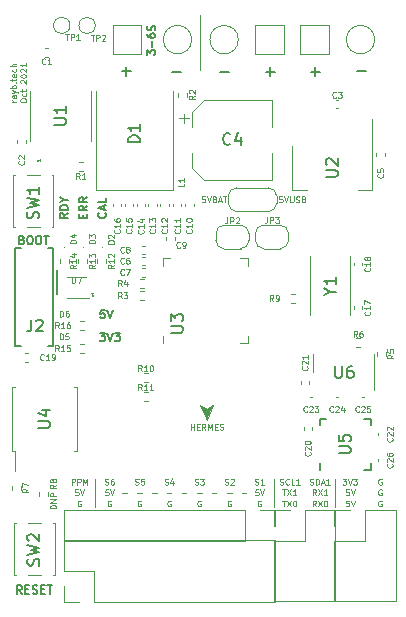
<source format=gbr>
%TF.GenerationSoftware,KiCad,Pcbnew,(5.1.10-1-10_14)*%
%TF.CreationDate,2021-12-24T07:56:15-05:00*%
%TF.ProjectId,hermes_v1,6865726d-6573-45f7-9631-2e6b69636164,rev?*%
%TF.SameCoordinates,Original*%
%TF.FileFunction,Legend,Top*%
%TF.FilePolarity,Positive*%
%FSLAX46Y46*%
G04 Gerber Fmt 4.6, Leading zero omitted, Abs format (unit mm)*
G04 Created by KiCad (PCBNEW (5.1.10-1-10_14)) date 2021-12-24 07:56:15*
%MOMM*%
%LPD*%
G01*
G04 APERTURE LIST*
%ADD10C,0.125000*%
%ADD11C,0.075000*%
%ADD12C,0.175000*%
%ADD13C,0.100000*%
%ADD14C,0.150000*%
%ADD15C,0.120000*%
G04 APERTURE END LIST*
D10*
X205710952Y-78926190D02*
X205710952Y-78426190D01*
X205710952Y-78664285D02*
X205996666Y-78664285D01*
X205996666Y-78926190D02*
X205996666Y-78426190D01*
X206234761Y-78664285D02*
X206401428Y-78664285D01*
X206472857Y-78926190D02*
X206234761Y-78926190D01*
X206234761Y-78426190D01*
X206472857Y-78426190D01*
X206972857Y-78926190D02*
X206806190Y-78688095D01*
X206687142Y-78926190D02*
X206687142Y-78426190D01*
X206877619Y-78426190D01*
X206925238Y-78450000D01*
X206949047Y-78473809D01*
X206972857Y-78521428D01*
X206972857Y-78592857D01*
X206949047Y-78640476D01*
X206925238Y-78664285D01*
X206877619Y-78688095D01*
X206687142Y-78688095D01*
X207187142Y-78926190D02*
X207187142Y-78426190D01*
X207353809Y-78783333D01*
X207520476Y-78426190D01*
X207520476Y-78926190D01*
X207758571Y-78664285D02*
X207925238Y-78664285D01*
X207996666Y-78926190D02*
X207758571Y-78926190D01*
X207758571Y-78426190D01*
X207996666Y-78426190D01*
X208187142Y-78902380D02*
X208258571Y-78926190D01*
X208377619Y-78926190D01*
X208425238Y-78902380D01*
X208449047Y-78878571D01*
X208472857Y-78830952D01*
X208472857Y-78783333D01*
X208449047Y-78735714D01*
X208425238Y-78711904D01*
X208377619Y-78688095D01*
X208282380Y-78664285D01*
X208234761Y-78640476D01*
X208210952Y-78616666D01*
X208187142Y-78569047D01*
X208187142Y-78521428D01*
X208210952Y-78473809D01*
X208234761Y-78450000D01*
X208282380Y-78426190D01*
X208401428Y-78426190D01*
X208472857Y-78450000D01*
D11*
X192995714Y-56044285D02*
X192995714Y-56215714D01*
X192995714Y-56130000D02*
X192695714Y-56130000D01*
X192738571Y-56158571D01*
X192767142Y-56187142D01*
X192781428Y-56215714D01*
X197314285Y-67344285D02*
X197485714Y-67344285D01*
X197400000Y-67344285D02*
X197400000Y-67644285D01*
X197428571Y-67601428D01*
X197457142Y-67572857D01*
X197485714Y-67558571D01*
D10*
X191306190Y-51097619D02*
X191306190Y-51002380D01*
X191330000Y-50954761D01*
X191377619Y-50907142D01*
X191472857Y-50883333D01*
X191639523Y-50883333D01*
X191734761Y-50907142D01*
X191782380Y-50954761D01*
X191806190Y-51002380D01*
X191806190Y-51097619D01*
X191782380Y-51145238D01*
X191734761Y-51192857D01*
X191639523Y-51216666D01*
X191472857Y-51216666D01*
X191377619Y-51192857D01*
X191330000Y-51145238D01*
X191306190Y-51097619D01*
X191782380Y-50454761D02*
X191806190Y-50502380D01*
X191806190Y-50597619D01*
X191782380Y-50645238D01*
X191758571Y-50669047D01*
X191710952Y-50692857D01*
X191568095Y-50692857D01*
X191520476Y-50669047D01*
X191496666Y-50645238D01*
X191472857Y-50597619D01*
X191472857Y-50502380D01*
X191496666Y-50454761D01*
X191472857Y-50311904D02*
X191472857Y-50121428D01*
X191306190Y-50240476D02*
X191734761Y-50240476D01*
X191782380Y-50216666D01*
X191806190Y-50169047D01*
X191806190Y-50121428D01*
X191353809Y-49597619D02*
X191330000Y-49573809D01*
X191306190Y-49526190D01*
X191306190Y-49407142D01*
X191330000Y-49359523D01*
X191353809Y-49335714D01*
X191401428Y-49311904D01*
X191449047Y-49311904D01*
X191520476Y-49335714D01*
X191806190Y-49621428D01*
X191806190Y-49311904D01*
X191306190Y-49002380D02*
X191306190Y-48954761D01*
X191330000Y-48907142D01*
X191353809Y-48883333D01*
X191401428Y-48859523D01*
X191496666Y-48835714D01*
X191615714Y-48835714D01*
X191710952Y-48859523D01*
X191758571Y-48883333D01*
X191782380Y-48907142D01*
X191806190Y-48954761D01*
X191806190Y-49002380D01*
X191782380Y-49050000D01*
X191758571Y-49073809D01*
X191710952Y-49097619D01*
X191615714Y-49121428D01*
X191496666Y-49121428D01*
X191401428Y-49097619D01*
X191353809Y-49073809D01*
X191330000Y-49050000D01*
X191306190Y-49002380D01*
X191353809Y-48645238D02*
X191330000Y-48621428D01*
X191306190Y-48573809D01*
X191306190Y-48454761D01*
X191330000Y-48407142D01*
X191353809Y-48383333D01*
X191401428Y-48359523D01*
X191449047Y-48359523D01*
X191520476Y-48383333D01*
X191806190Y-48669047D01*
X191806190Y-48359523D01*
X191806190Y-47883333D02*
X191806190Y-48169047D01*
X191806190Y-48026190D02*
X191306190Y-48026190D01*
X191377619Y-48073809D01*
X191425238Y-48121428D01*
X191449047Y-48169047D01*
X190956190Y-51145238D02*
X190622857Y-51145238D01*
X190718095Y-51145238D02*
X190670476Y-51121428D01*
X190646666Y-51097619D01*
X190622857Y-51050000D01*
X190622857Y-51002380D01*
X190956190Y-50621428D02*
X190694285Y-50621428D01*
X190646666Y-50645238D01*
X190622857Y-50692857D01*
X190622857Y-50788095D01*
X190646666Y-50835714D01*
X190932380Y-50621428D02*
X190956190Y-50669047D01*
X190956190Y-50788095D01*
X190932380Y-50835714D01*
X190884761Y-50859523D01*
X190837142Y-50859523D01*
X190789523Y-50835714D01*
X190765714Y-50788095D01*
X190765714Y-50669047D01*
X190741904Y-50621428D01*
X190622857Y-50430952D02*
X190956190Y-50311904D01*
X190622857Y-50192857D02*
X190956190Y-50311904D01*
X191075238Y-50359523D01*
X191099047Y-50383333D01*
X191122857Y-50430952D01*
X190956190Y-50002380D02*
X190456190Y-50002380D01*
X190646666Y-50002380D02*
X190622857Y-49954761D01*
X190622857Y-49859523D01*
X190646666Y-49811904D01*
X190670476Y-49788095D01*
X190718095Y-49764285D01*
X190860952Y-49764285D01*
X190908571Y-49788095D01*
X190932380Y-49811904D01*
X190956190Y-49859523D01*
X190956190Y-49954761D01*
X190932380Y-50002380D01*
X190908571Y-49550000D02*
X190932380Y-49526190D01*
X190956190Y-49550000D01*
X190932380Y-49573809D01*
X190908571Y-49550000D01*
X190956190Y-49550000D01*
X190622857Y-49383333D02*
X190622857Y-49192857D01*
X190456190Y-49311904D02*
X190884761Y-49311904D01*
X190932380Y-49288095D01*
X190956190Y-49240476D01*
X190956190Y-49192857D01*
X190932380Y-48835714D02*
X190956190Y-48883333D01*
X190956190Y-48978571D01*
X190932380Y-49026190D01*
X190884761Y-49050000D01*
X190694285Y-49050000D01*
X190646666Y-49026190D01*
X190622857Y-48978571D01*
X190622857Y-48883333D01*
X190646666Y-48835714D01*
X190694285Y-48811904D01*
X190741904Y-48811904D01*
X190789523Y-49050000D01*
X190932380Y-48383333D02*
X190956190Y-48430952D01*
X190956190Y-48526190D01*
X190932380Y-48573809D01*
X190908571Y-48597619D01*
X190860952Y-48621428D01*
X190718095Y-48621428D01*
X190670476Y-48597619D01*
X190646666Y-48573809D01*
X190622857Y-48526190D01*
X190622857Y-48430952D01*
X190646666Y-48383333D01*
X190956190Y-48169047D02*
X190456190Y-48169047D01*
X190956190Y-47954761D02*
X190694285Y-47954761D01*
X190646666Y-47978571D01*
X190622857Y-48026190D01*
X190622857Y-48097619D01*
X190646666Y-48145238D01*
X190670476Y-48169047D01*
D12*
X198033333Y-70716666D02*
X198466666Y-70716666D01*
X198233333Y-70983333D01*
X198333333Y-70983333D01*
X198400000Y-71016666D01*
X198433333Y-71050000D01*
X198466666Y-71116666D01*
X198466666Y-71283333D01*
X198433333Y-71350000D01*
X198400000Y-71383333D01*
X198333333Y-71416666D01*
X198133333Y-71416666D01*
X198066666Y-71383333D01*
X198033333Y-71350000D01*
X198666666Y-70716666D02*
X198900000Y-71416666D01*
X199133333Y-70716666D01*
X199300000Y-70716666D02*
X199733333Y-70716666D01*
X199500000Y-70983333D01*
X199600000Y-70983333D01*
X199666666Y-71016666D01*
X199700000Y-71050000D01*
X199733333Y-71116666D01*
X199733333Y-71283333D01*
X199700000Y-71350000D01*
X199666666Y-71383333D01*
X199600000Y-71416666D01*
X199400000Y-71416666D01*
X199333333Y-71383333D01*
X199300000Y-71350000D01*
X198441666Y-68791666D02*
X198108333Y-68791666D01*
X198075000Y-69125000D01*
X198108333Y-69091666D01*
X198175000Y-69058333D01*
X198341666Y-69058333D01*
X198408333Y-69091666D01*
X198441666Y-69125000D01*
X198475000Y-69191666D01*
X198475000Y-69358333D01*
X198441666Y-69425000D01*
X198408333Y-69458333D01*
X198341666Y-69491666D01*
X198175000Y-69491666D01*
X198108333Y-69458333D01*
X198075000Y-69425000D01*
X198675000Y-68791666D02*
X198908333Y-69491666D01*
X199141666Y-68791666D01*
X198500000Y-60566666D02*
X198533333Y-60600000D01*
X198566666Y-60700000D01*
X198566666Y-60766666D01*
X198533333Y-60866666D01*
X198466666Y-60933333D01*
X198400000Y-60966666D01*
X198266666Y-61000000D01*
X198166666Y-61000000D01*
X198033333Y-60966666D01*
X197966666Y-60933333D01*
X197900000Y-60866666D01*
X197866666Y-60766666D01*
X197866666Y-60700000D01*
X197900000Y-60600000D01*
X197933333Y-60566666D01*
X198366666Y-60300000D02*
X198366666Y-59966666D01*
X198566666Y-60366666D02*
X197866666Y-60133333D01*
X198566666Y-59900000D01*
X198566666Y-59333333D02*
X198566666Y-59666666D01*
X197866666Y-59666666D01*
X196600000Y-61000000D02*
X196600000Y-60766666D01*
X196966666Y-60666666D02*
X196966666Y-61000000D01*
X196266666Y-61000000D01*
X196266666Y-60666666D01*
X196966666Y-59966666D02*
X196633333Y-60200000D01*
X196966666Y-60366666D02*
X196266666Y-60366666D01*
X196266666Y-60100000D01*
X196300000Y-60033333D01*
X196333333Y-60000000D01*
X196400000Y-59966666D01*
X196500000Y-59966666D01*
X196566666Y-60000000D01*
X196600000Y-60033333D01*
X196633333Y-60100000D01*
X196633333Y-60366666D01*
X196966666Y-59266666D02*
X196633333Y-59500000D01*
X196966666Y-59666666D02*
X196266666Y-59666666D01*
X196266666Y-59400000D01*
X196300000Y-59333333D01*
X196333333Y-59300000D01*
X196400000Y-59266666D01*
X196500000Y-59266666D01*
X196566666Y-59300000D01*
X196600000Y-59333333D01*
X196633333Y-59400000D01*
X196633333Y-59666666D01*
X195316666Y-60583333D02*
X194983333Y-60816666D01*
X195316666Y-60983333D02*
X194616666Y-60983333D01*
X194616666Y-60716666D01*
X194650000Y-60650000D01*
X194683333Y-60616666D01*
X194750000Y-60583333D01*
X194850000Y-60583333D01*
X194916666Y-60616666D01*
X194950000Y-60650000D01*
X194983333Y-60716666D01*
X194983333Y-60983333D01*
X195316666Y-60283333D02*
X194616666Y-60283333D01*
X194616666Y-60116666D01*
X194650000Y-60016666D01*
X194716666Y-59950000D01*
X194783333Y-59916666D01*
X194916666Y-59883333D01*
X195016666Y-59883333D01*
X195150000Y-59916666D01*
X195216666Y-59950000D01*
X195283333Y-60016666D01*
X195316666Y-60116666D01*
X195316666Y-60283333D01*
X194983333Y-59450000D02*
X195316666Y-59450000D01*
X194616666Y-59683333D02*
X194983333Y-59450000D01*
X194616666Y-59216666D01*
D13*
G36*
X207070000Y-78110000D02*
G01*
X206520000Y-76860000D01*
X207070000Y-77160000D01*
X207620000Y-76860000D01*
X207070000Y-78110000D01*
G37*
X207070000Y-78110000D02*
X206520000Y-76860000D01*
X207070000Y-77160000D01*
X207620000Y-76860000D01*
X207070000Y-78110000D01*
D14*
X191433333Y-92816666D02*
X191200000Y-92483333D01*
X191033333Y-92816666D02*
X191033333Y-92116666D01*
X191300000Y-92116666D01*
X191366666Y-92150000D01*
X191400000Y-92183333D01*
X191433333Y-92250000D01*
X191433333Y-92350000D01*
X191400000Y-92416666D01*
X191366666Y-92450000D01*
X191300000Y-92483333D01*
X191033333Y-92483333D01*
X191733333Y-92450000D02*
X191966666Y-92450000D01*
X192066666Y-92816666D02*
X191733333Y-92816666D01*
X191733333Y-92116666D01*
X192066666Y-92116666D01*
X192333333Y-92783333D02*
X192433333Y-92816666D01*
X192600000Y-92816666D01*
X192666666Y-92783333D01*
X192700000Y-92750000D01*
X192733333Y-92683333D01*
X192733333Y-92616666D01*
X192700000Y-92550000D01*
X192666666Y-92516666D01*
X192600000Y-92483333D01*
X192466666Y-92450000D01*
X192400000Y-92416666D01*
X192366666Y-92383333D01*
X192333333Y-92316666D01*
X192333333Y-92250000D01*
X192366666Y-92183333D01*
X192400000Y-92150000D01*
X192466666Y-92116666D01*
X192633333Y-92116666D01*
X192733333Y-92150000D01*
X193033333Y-92450000D02*
X193266666Y-92450000D01*
X193366666Y-92816666D02*
X193033333Y-92816666D01*
X193033333Y-92116666D01*
X193366666Y-92116666D01*
X193566666Y-92116666D02*
X193966666Y-92116666D01*
X193766666Y-92816666D02*
X193766666Y-92116666D01*
D10*
X207509523Y-84285714D02*
X207890476Y-84285714D01*
X199909523Y-84285714D02*
X200290476Y-84285714D01*
X202459523Y-84285714D02*
X202840476Y-84285714D01*
X204959523Y-84285714D02*
X205340476Y-84285714D01*
X210059523Y-84285714D02*
X210440476Y-84285714D01*
D15*
X197600000Y-83100000D02*
X197600000Y-85450000D01*
X217950000Y-83100000D02*
X217950000Y-85450000D01*
X212800000Y-83100000D02*
X212800000Y-85450000D01*
D10*
X196430952Y-84950000D02*
X196383333Y-84926190D01*
X196311904Y-84926190D01*
X196240476Y-84950000D01*
X196192857Y-84997619D01*
X196169047Y-85045238D01*
X196145238Y-85140476D01*
X196145238Y-85211904D01*
X196169047Y-85307142D01*
X196192857Y-85354761D01*
X196240476Y-85402380D01*
X196311904Y-85426190D01*
X196359523Y-85426190D01*
X196430952Y-85402380D01*
X196454761Y-85378571D01*
X196454761Y-85211904D01*
X196359523Y-85211904D01*
X216328571Y-85426190D02*
X216161904Y-85188095D01*
X216042857Y-85426190D02*
X216042857Y-84926190D01*
X216233333Y-84926190D01*
X216280952Y-84950000D01*
X216304761Y-84973809D01*
X216328571Y-85021428D01*
X216328571Y-85092857D01*
X216304761Y-85140476D01*
X216280952Y-85164285D01*
X216233333Y-85188095D01*
X216042857Y-85188095D01*
X216495238Y-84926190D02*
X216828571Y-85426190D01*
X216828571Y-84926190D02*
X216495238Y-85426190D01*
X217114285Y-84926190D02*
X217161904Y-84926190D01*
X217209523Y-84950000D01*
X217233333Y-84973809D01*
X217257142Y-85021428D01*
X217280952Y-85116666D01*
X217280952Y-85235714D01*
X217257142Y-85330952D01*
X217233333Y-85378571D01*
X217209523Y-85402380D01*
X217161904Y-85426190D01*
X217114285Y-85426190D01*
X217066666Y-85402380D01*
X217042857Y-85378571D01*
X217019047Y-85330952D01*
X216995238Y-85235714D01*
X216995238Y-85116666D01*
X217019047Y-85021428D01*
X217042857Y-84973809D01*
X217066666Y-84950000D01*
X217114285Y-84926190D01*
X219104761Y-84926190D02*
X218866666Y-84926190D01*
X218842857Y-85164285D01*
X218866666Y-85140476D01*
X218914285Y-85116666D01*
X219033333Y-85116666D01*
X219080952Y-85140476D01*
X219104761Y-85164285D01*
X219128571Y-85211904D01*
X219128571Y-85330952D01*
X219104761Y-85378571D01*
X219080952Y-85402380D01*
X219033333Y-85426190D01*
X218914285Y-85426190D01*
X218866666Y-85402380D01*
X218842857Y-85378571D01*
X219271428Y-84926190D02*
X219438095Y-85426190D01*
X219604761Y-84926190D01*
X211680952Y-84950000D02*
X211633333Y-84926190D01*
X211561904Y-84926190D01*
X211490476Y-84950000D01*
X211442857Y-84997619D01*
X211419047Y-85045238D01*
X211395238Y-85140476D01*
X211395238Y-85211904D01*
X211419047Y-85307142D01*
X211442857Y-85354761D01*
X211490476Y-85402380D01*
X211561904Y-85426190D01*
X211609523Y-85426190D01*
X211680952Y-85402380D01*
X211704761Y-85378571D01*
X211704761Y-85211904D01*
X211609523Y-85211904D01*
X206580952Y-84950000D02*
X206533333Y-84926190D01*
X206461904Y-84926190D01*
X206390476Y-84950000D01*
X206342857Y-84997619D01*
X206319047Y-85045238D01*
X206295238Y-85140476D01*
X206295238Y-85211904D01*
X206319047Y-85307142D01*
X206342857Y-85354761D01*
X206390476Y-85402380D01*
X206461904Y-85426190D01*
X206509523Y-85426190D01*
X206580952Y-85402380D01*
X206604761Y-85378571D01*
X206604761Y-85211904D01*
X206509523Y-85211904D01*
X198980952Y-84950000D02*
X198933333Y-84926190D01*
X198861904Y-84926190D01*
X198790476Y-84950000D01*
X198742857Y-84997619D01*
X198719047Y-85045238D01*
X198695238Y-85140476D01*
X198695238Y-85211904D01*
X198719047Y-85307142D01*
X198742857Y-85354761D01*
X198790476Y-85402380D01*
X198861904Y-85426190D01*
X198909523Y-85426190D01*
X198980952Y-85402380D01*
X199004761Y-85378571D01*
X199004761Y-85211904D01*
X198909523Y-85211904D01*
X213480952Y-84926190D02*
X213766666Y-84926190D01*
X213623809Y-85426190D02*
X213623809Y-84926190D01*
X213885714Y-84926190D02*
X214219047Y-85426190D01*
X214219047Y-84926190D02*
X213885714Y-85426190D01*
X214504761Y-84926190D02*
X214552380Y-84926190D01*
X214600000Y-84950000D01*
X214623809Y-84973809D01*
X214647619Y-85021428D01*
X214671428Y-85116666D01*
X214671428Y-85235714D01*
X214647619Y-85330952D01*
X214623809Y-85378571D01*
X214600000Y-85402380D01*
X214552380Y-85426190D01*
X214504761Y-85426190D01*
X214457142Y-85402380D01*
X214433333Y-85378571D01*
X214409523Y-85330952D01*
X214385714Y-85235714D01*
X214385714Y-85116666D01*
X214409523Y-85021428D01*
X214433333Y-84973809D01*
X214457142Y-84950000D01*
X214504761Y-84926190D01*
X201530952Y-84950000D02*
X201483333Y-84926190D01*
X201411904Y-84926190D01*
X201340476Y-84950000D01*
X201292857Y-84997619D01*
X201269047Y-85045238D01*
X201245238Y-85140476D01*
X201245238Y-85211904D01*
X201269047Y-85307142D01*
X201292857Y-85354761D01*
X201340476Y-85402380D01*
X201411904Y-85426190D01*
X201459523Y-85426190D01*
X201530952Y-85402380D01*
X201554761Y-85378571D01*
X201554761Y-85211904D01*
X201459523Y-85211904D01*
X204030952Y-84950000D02*
X203983333Y-84926190D01*
X203911904Y-84926190D01*
X203840476Y-84950000D01*
X203792857Y-84997619D01*
X203769047Y-85045238D01*
X203745238Y-85140476D01*
X203745238Y-85211904D01*
X203769047Y-85307142D01*
X203792857Y-85354761D01*
X203840476Y-85402380D01*
X203911904Y-85426190D01*
X203959523Y-85426190D01*
X204030952Y-85402380D01*
X204054761Y-85378571D01*
X204054761Y-85211904D01*
X203959523Y-85211904D01*
X221880952Y-84950000D02*
X221833333Y-84926190D01*
X221761904Y-84926190D01*
X221690476Y-84950000D01*
X221642857Y-84997619D01*
X221619047Y-85045238D01*
X221595238Y-85140476D01*
X221595238Y-85211904D01*
X221619047Y-85307142D01*
X221642857Y-85354761D01*
X221690476Y-85402380D01*
X221761904Y-85426190D01*
X221809523Y-85426190D01*
X221880952Y-85402380D01*
X221904761Y-85378571D01*
X221904761Y-85211904D01*
X221809523Y-85211904D01*
X209130952Y-84950000D02*
X209083333Y-84926190D01*
X209011904Y-84926190D01*
X208940476Y-84950000D01*
X208892857Y-84997619D01*
X208869047Y-85045238D01*
X208845238Y-85140476D01*
X208845238Y-85211904D01*
X208869047Y-85307142D01*
X208892857Y-85354761D01*
X208940476Y-85402380D01*
X209011904Y-85426190D01*
X209059523Y-85426190D01*
X209130952Y-85402380D01*
X209154761Y-85378571D01*
X209154761Y-85211904D01*
X209059523Y-85211904D01*
X196204761Y-83976190D02*
X195966666Y-83976190D01*
X195942857Y-84214285D01*
X195966666Y-84190476D01*
X196014285Y-84166666D01*
X196133333Y-84166666D01*
X196180952Y-84190476D01*
X196204761Y-84214285D01*
X196228571Y-84261904D01*
X196228571Y-84380952D01*
X196204761Y-84428571D01*
X196180952Y-84452380D01*
X196133333Y-84476190D01*
X196014285Y-84476190D01*
X195966666Y-84452380D01*
X195942857Y-84428571D01*
X196371428Y-83976190D02*
X196538095Y-84476190D01*
X196704761Y-83976190D01*
X198754761Y-83976190D02*
X198516666Y-83976190D01*
X198492857Y-84214285D01*
X198516666Y-84190476D01*
X198564285Y-84166666D01*
X198683333Y-84166666D01*
X198730952Y-84190476D01*
X198754761Y-84214285D01*
X198778571Y-84261904D01*
X198778571Y-84380952D01*
X198754761Y-84428571D01*
X198730952Y-84452380D01*
X198683333Y-84476190D01*
X198564285Y-84476190D01*
X198516666Y-84452380D01*
X198492857Y-84428571D01*
X198921428Y-83976190D02*
X199088095Y-84476190D01*
X199254761Y-83976190D01*
X201209523Y-84285714D02*
X201590476Y-84285714D01*
X203709523Y-84285714D02*
X204090476Y-84285714D01*
X206259523Y-84285714D02*
X206640476Y-84285714D01*
X208809523Y-84285714D02*
X209190476Y-84285714D01*
X211454761Y-83976190D02*
X211216666Y-83976190D01*
X211192857Y-84214285D01*
X211216666Y-84190476D01*
X211264285Y-84166666D01*
X211383333Y-84166666D01*
X211430952Y-84190476D01*
X211454761Y-84214285D01*
X211478571Y-84261904D01*
X211478571Y-84380952D01*
X211454761Y-84428571D01*
X211430952Y-84452380D01*
X211383333Y-84476190D01*
X211264285Y-84476190D01*
X211216666Y-84452380D01*
X211192857Y-84428571D01*
X211621428Y-83976190D02*
X211788095Y-84476190D01*
X211954761Y-83976190D01*
X221880952Y-84000000D02*
X221833333Y-83976190D01*
X221761904Y-83976190D01*
X221690476Y-84000000D01*
X221642857Y-84047619D01*
X221619047Y-84095238D01*
X221595238Y-84190476D01*
X221595238Y-84261904D01*
X221619047Y-84357142D01*
X221642857Y-84404761D01*
X221690476Y-84452380D01*
X221761904Y-84476190D01*
X221809523Y-84476190D01*
X221880952Y-84452380D01*
X221904761Y-84428571D01*
X221904761Y-84261904D01*
X221809523Y-84261904D01*
X219104761Y-83976190D02*
X218866666Y-83976190D01*
X218842857Y-84214285D01*
X218866666Y-84190476D01*
X218914285Y-84166666D01*
X219033333Y-84166666D01*
X219080952Y-84190476D01*
X219104761Y-84214285D01*
X219128571Y-84261904D01*
X219128571Y-84380952D01*
X219104761Y-84428571D01*
X219080952Y-84452380D01*
X219033333Y-84476190D01*
X218914285Y-84476190D01*
X218866666Y-84452380D01*
X218842857Y-84428571D01*
X219271428Y-83976190D02*
X219438095Y-84476190D01*
X219604761Y-83976190D01*
X213480952Y-83976190D02*
X213766666Y-83976190D01*
X213623809Y-84476190D02*
X213623809Y-83976190D01*
X213885714Y-83976190D02*
X214219047Y-84476190D01*
X214219047Y-83976190D02*
X213885714Y-84476190D01*
X214671428Y-84476190D02*
X214385714Y-84476190D01*
X214528571Y-84476190D02*
X214528571Y-83976190D01*
X214480952Y-84047619D01*
X214433333Y-84095238D01*
X214385714Y-84119047D01*
X216328571Y-84476190D02*
X216161904Y-84238095D01*
X216042857Y-84476190D02*
X216042857Y-83976190D01*
X216233333Y-83976190D01*
X216280952Y-84000000D01*
X216304761Y-84023809D01*
X216328571Y-84071428D01*
X216328571Y-84142857D01*
X216304761Y-84190476D01*
X216280952Y-84214285D01*
X216233333Y-84238095D01*
X216042857Y-84238095D01*
X216495238Y-83976190D02*
X216828571Y-84476190D01*
X216828571Y-83976190D02*
X216495238Y-84476190D01*
X217280952Y-84476190D02*
X216995238Y-84476190D01*
X217138095Y-84476190D02*
X217138095Y-83976190D01*
X217090476Y-84047619D01*
X217042857Y-84095238D01*
X216995238Y-84119047D01*
D14*
X191450000Y-62850000D02*
X191550000Y-62883333D01*
X191583333Y-62916666D01*
X191616666Y-62983333D01*
X191616666Y-63083333D01*
X191583333Y-63150000D01*
X191550000Y-63183333D01*
X191483333Y-63216666D01*
X191216666Y-63216666D01*
X191216666Y-62516666D01*
X191450000Y-62516666D01*
X191516666Y-62550000D01*
X191550000Y-62583333D01*
X191583333Y-62650000D01*
X191583333Y-62716666D01*
X191550000Y-62783333D01*
X191516666Y-62816666D01*
X191450000Y-62850000D01*
X191216666Y-62850000D01*
X192050000Y-62516666D02*
X192183333Y-62516666D01*
X192250000Y-62550000D01*
X192316666Y-62616666D01*
X192350000Y-62750000D01*
X192350000Y-62983333D01*
X192316666Y-63116666D01*
X192250000Y-63183333D01*
X192183333Y-63216666D01*
X192050000Y-63216666D01*
X191983333Y-63183333D01*
X191916666Y-63116666D01*
X191883333Y-62983333D01*
X191883333Y-62750000D01*
X191916666Y-62616666D01*
X191983333Y-62550000D01*
X192050000Y-62516666D01*
X192783333Y-62516666D02*
X192916666Y-62516666D01*
X192983333Y-62550000D01*
X193050000Y-62616666D01*
X193083333Y-62750000D01*
X193083333Y-62983333D01*
X193050000Y-63116666D01*
X192983333Y-63183333D01*
X192916666Y-63216666D01*
X192783333Y-63216666D01*
X192716666Y-63183333D01*
X192650000Y-63116666D01*
X192616666Y-62983333D01*
X192616666Y-62750000D01*
X192650000Y-62616666D01*
X192716666Y-62550000D01*
X192783333Y-62516666D01*
X193283333Y-62516666D02*
X193683333Y-62516666D01*
X193483333Y-63216666D02*
X193483333Y-62516666D01*
D10*
X215804761Y-83552380D02*
X215876190Y-83576190D01*
X215995238Y-83576190D01*
X216042857Y-83552380D01*
X216066666Y-83528571D01*
X216090476Y-83480952D01*
X216090476Y-83433333D01*
X216066666Y-83385714D01*
X216042857Y-83361904D01*
X215995238Y-83338095D01*
X215900000Y-83314285D01*
X215852380Y-83290476D01*
X215828571Y-83266666D01*
X215804761Y-83219047D01*
X215804761Y-83171428D01*
X215828571Y-83123809D01*
X215852380Y-83100000D01*
X215900000Y-83076190D01*
X216019047Y-83076190D01*
X216090476Y-83100000D01*
X216304761Y-83576190D02*
X216304761Y-83076190D01*
X216423809Y-83076190D01*
X216495238Y-83100000D01*
X216542857Y-83147619D01*
X216566666Y-83195238D01*
X216590476Y-83290476D01*
X216590476Y-83361904D01*
X216566666Y-83457142D01*
X216542857Y-83504761D01*
X216495238Y-83552380D01*
X216423809Y-83576190D01*
X216304761Y-83576190D01*
X216780952Y-83433333D02*
X217019047Y-83433333D01*
X216733333Y-83576190D02*
X216900000Y-83076190D01*
X217066666Y-83576190D01*
X217495238Y-83576190D02*
X217209523Y-83576190D01*
X217352380Y-83576190D02*
X217352380Y-83076190D01*
X217304761Y-83147619D01*
X217257142Y-83195238D01*
X217209523Y-83219047D01*
X213266666Y-83552380D02*
X213338095Y-83576190D01*
X213457142Y-83576190D01*
X213504761Y-83552380D01*
X213528571Y-83528571D01*
X213552380Y-83480952D01*
X213552380Y-83433333D01*
X213528571Y-83385714D01*
X213504761Y-83361904D01*
X213457142Y-83338095D01*
X213361904Y-83314285D01*
X213314285Y-83290476D01*
X213290476Y-83266666D01*
X213266666Y-83219047D01*
X213266666Y-83171428D01*
X213290476Y-83123809D01*
X213314285Y-83100000D01*
X213361904Y-83076190D01*
X213480952Y-83076190D01*
X213552380Y-83100000D01*
X214052380Y-83528571D02*
X214028571Y-83552380D01*
X213957142Y-83576190D01*
X213909523Y-83576190D01*
X213838095Y-83552380D01*
X213790476Y-83504761D01*
X213766666Y-83457142D01*
X213742857Y-83361904D01*
X213742857Y-83290476D01*
X213766666Y-83195238D01*
X213790476Y-83147619D01*
X213838095Y-83100000D01*
X213909523Y-83076190D01*
X213957142Y-83076190D01*
X214028571Y-83100000D01*
X214052380Y-83123809D01*
X214504761Y-83576190D02*
X214266666Y-83576190D01*
X214266666Y-83076190D01*
X214933333Y-83576190D02*
X214647619Y-83576190D01*
X214790476Y-83576190D02*
X214790476Y-83076190D01*
X214742857Y-83147619D01*
X214695238Y-83195238D01*
X214647619Y-83219047D01*
X218580952Y-83076190D02*
X218890476Y-83076190D01*
X218723809Y-83266666D01*
X218795238Y-83266666D01*
X218842857Y-83290476D01*
X218866666Y-83314285D01*
X218890476Y-83361904D01*
X218890476Y-83480952D01*
X218866666Y-83528571D01*
X218842857Y-83552380D01*
X218795238Y-83576190D01*
X218652380Y-83576190D01*
X218604761Y-83552380D01*
X218580952Y-83528571D01*
X219033333Y-83076190D02*
X219200000Y-83576190D01*
X219366666Y-83076190D01*
X219485714Y-83076190D02*
X219795238Y-83076190D01*
X219628571Y-83266666D01*
X219700000Y-83266666D01*
X219747619Y-83290476D01*
X219771428Y-83314285D01*
X219795238Y-83361904D01*
X219795238Y-83480952D01*
X219771428Y-83528571D01*
X219747619Y-83552380D01*
X219700000Y-83576190D01*
X219557142Y-83576190D01*
X219509523Y-83552380D01*
X219485714Y-83528571D01*
X221880952Y-83100000D02*
X221833333Y-83076190D01*
X221761904Y-83076190D01*
X221690476Y-83100000D01*
X221642857Y-83147619D01*
X221619047Y-83195238D01*
X221595238Y-83290476D01*
X221595238Y-83361904D01*
X221619047Y-83457142D01*
X221642857Y-83504761D01*
X221690476Y-83552380D01*
X221761904Y-83576190D01*
X221809523Y-83576190D01*
X221880952Y-83552380D01*
X221904761Y-83528571D01*
X221904761Y-83361904D01*
X221809523Y-83361904D01*
X211169047Y-83552380D02*
X211240476Y-83576190D01*
X211359523Y-83576190D01*
X211407142Y-83552380D01*
X211430952Y-83528571D01*
X211454761Y-83480952D01*
X211454761Y-83433333D01*
X211430952Y-83385714D01*
X211407142Y-83361904D01*
X211359523Y-83338095D01*
X211264285Y-83314285D01*
X211216666Y-83290476D01*
X211192857Y-83266666D01*
X211169047Y-83219047D01*
X211169047Y-83171428D01*
X211192857Y-83123809D01*
X211216666Y-83100000D01*
X211264285Y-83076190D01*
X211383333Y-83076190D01*
X211454761Y-83100000D01*
X211930952Y-83576190D02*
X211645238Y-83576190D01*
X211788095Y-83576190D02*
X211788095Y-83076190D01*
X211740476Y-83147619D01*
X211692857Y-83195238D01*
X211645238Y-83219047D01*
X208619047Y-83552380D02*
X208690476Y-83576190D01*
X208809523Y-83576190D01*
X208857142Y-83552380D01*
X208880952Y-83528571D01*
X208904761Y-83480952D01*
X208904761Y-83433333D01*
X208880952Y-83385714D01*
X208857142Y-83361904D01*
X208809523Y-83338095D01*
X208714285Y-83314285D01*
X208666666Y-83290476D01*
X208642857Y-83266666D01*
X208619047Y-83219047D01*
X208619047Y-83171428D01*
X208642857Y-83123809D01*
X208666666Y-83100000D01*
X208714285Y-83076190D01*
X208833333Y-83076190D01*
X208904761Y-83100000D01*
X209095238Y-83123809D02*
X209119047Y-83100000D01*
X209166666Y-83076190D01*
X209285714Y-83076190D01*
X209333333Y-83100000D01*
X209357142Y-83123809D01*
X209380952Y-83171428D01*
X209380952Y-83219047D01*
X209357142Y-83290476D01*
X209071428Y-83576190D01*
X209380952Y-83576190D01*
X206069047Y-83552380D02*
X206140476Y-83576190D01*
X206259523Y-83576190D01*
X206307142Y-83552380D01*
X206330952Y-83528571D01*
X206354761Y-83480952D01*
X206354761Y-83433333D01*
X206330952Y-83385714D01*
X206307142Y-83361904D01*
X206259523Y-83338095D01*
X206164285Y-83314285D01*
X206116666Y-83290476D01*
X206092857Y-83266666D01*
X206069047Y-83219047D01*
X206069047Y-83171428D01*
X206092857Y-83123809D01*
X206116666Y-83100000D01*
X206164285Y-83076190D01*
X206283333Y-83076190D01*
X206354761Y-83100000D01*
X206521428Y-83076190D02*
X206830952Y-83076190D01*
X206664285Y-83266666D01*
X206735714Y-83266666D01*
X206783333Y-83290476D01*
X206807142Y-83314285D01*
X206830952Y-83361904D01*
X206830952Y-83480952D01*
X206807142Y-83528571D01*
X206783333Y-83552380D01*
X206735714Y-83576190D01*
X206592857Y-83576190D01*
X206545238Y-83552380D01*
X206521428Y-83528571D01*
X203519047Y-83552380D02*
X203590476Y-83576190D01*
X203709523Y-83576190D01*
X203757142Y-83552380D01*
X203780952Y-83528571D01*
X203804761Y-83480952D01*
X203804761Y-83433333D01*
X203780952Y-83385714D01*
X203757142Y-83361904D01*
X203709523Y-83338095D01*
X203614285Y-83314285D01*
X203566666Y-83290476D01*
X203542857Y-83266666D01*
X203519047Y-83219047D01*
X203519047Y-83171428D01*
X203542857Y-83123809D01*
X203566666Y-83100000D01*
X203614285Y-83076190D01*
X203733333Y-83076190D01*
X203804761Y-83100000D01*
X204233333Y-83242857D02*
X204233333Y-83576190D01*
X204114285Y-83052380D02*
X203995238Y-83409523D01*
X204304761Y-83409523D01*
X201019047Y-83552380D02*
X201090476Y-83576190D01*
X201209523Y-83576190D01*
X201257142Y-83552380D01*
X201280952Y-83528571D01*
X201304761Y-83480952D01*
X201304761Y-83433333D01*
X201280952Y-83385714D01*
X201257142Y-83361904D01*
X201209523Y-83338095D01*
X201114285Y-83314285D01*
X201066666Y-83290476D01*
X201042857Y-83266666D01*
X201019047Y-83219047D01*
X201019047Y-83171428D01*
X201042857Y-83123809D01*
X201066666Y-83100000D01*
X201114285Y-83076190D01*
X201233333Y-83076190D01*
X201304761Y-83100000D01*
X201757142Y-83076190D02*
X201519047Y-83076190D01*
X201495238Y-83314285D01*
X201519047Y-83290476D01*
X201566666Y-83266666D01*
X201685714Y-83266666D01*
X201733333Y-83290476D01*
X201757142Y-83314285D01*
X201780952Y-83361904D01*
X201780952Y-83480952D01*
X201757142Y-83528571D01*
X201733333Y-83552380D01*
X201685714Y-83576190D01*
X201566666Y-83576190D01*
X201519047Y-83552380D01*
X201495238Y-83528571D01*
X198469047Y-83552380D02*
X198540476Y-83576190D01*
X198659523Y-83576190D01*
X198707142Y-83552380D01*
X198730952Y-83528571D01*
X198754761Y-83480952D01*
X198754761Y-83433333D01*
X198730952Y-83385714D01*
X198707142Y-83361904D01*
X198659523Y-83338095D01*
X198564285Y-83314285D01*
X198516666Y-83290476D01*
X198492857Y-83266666D01*
X198469047Y-83219047D01*
X198469047Y-83171428D01*
X198492857Y-83123809D01*
X198516666Y-83100000D01*
X198564285Y-83076190D01*
X198683333Y-83076190D01*
X198754761Y-83100000D01*
X199183333Y-83076190D02*
X199088095Y-83076190D01*
X199040476Y-83100000D01*
X199016666Y-83123809D01*
X198969047Y-83195238D01*
X198945238Y-83290476D01*
X198945238Y-83480952D01*
X198969047Y-83528571D01*
X198992857Y-83552380D01*
X199040476Y-83576190D01*
X199135714Y-83576190D01*
X199183333Y-83552380D01*
X199207142Y-83528571D01*
X199230952Y-83480952D01*
X199230952Y-83361904D01*
X199207142Y-83314285D01*
X199183333Y-83290476D01*
X199135714Y-83266666D01*
X199040476Y-83266666D01*
X198992857Y-83290476D01*
X198969047Y-83314285D01*
X198945238Y-83361904D01*
X195633333Y-83576190D02*
X195633333Y-83076190D01*
X195823809Y-83076190D01*
X195871428Y-83100000D01*
X195895238Y-83123809D01*
X195919047Y-83171428D01*
X195919047Y-83242857D01*
X195895238Y-83290476D01*
X195871428Y-83314285D01*
X195823809Y-83338095D01*
X195633333Y-83338095D01*
X196133333Y-83576190D02*
X196133333Y-83076190D01*
X196323809Y-83076190D01*
X196371428Y-83100000D01*
X196395238Y-83123809D01*
X196419047Y-83171428D01*
X196419047Y-83242857D01*
X196395238Y-83290476D01*
X196371428Y-83314285D01*
X196323809Y-83338095D01*
X196133333Y-83338095D01*
X196633333Y-83576190D02*
X196633333Y-83076190D01*
X196800000Y-83433333D01*
X196966666Y-83076190D01*
X196966666Y-83576190D01*
D14*
X219819047Y-48571428D02*
X220580952Y-48571428D01*
X215869047Y-48621428D02*
X216630952Y-48621428D01*
X216250000Y-49002380D02*
X216250000Y-48240476D01*
X212069047Y-48621428D02*
X212830952Y-48621428D01*
X212450000Y-49002380D02*
X212450000Y-48240476D01*
X208169047Y-48621428D02*
X208930952Y-48621428D01*
X204169047Y-48621428D02*
X204930952Y-48621428D01*
X199869047Y-48571428D02*
X200630952Y-48571428D01*
X200250000Y-48952380D02*
X200250000Y-48190476D01*
X202044047Y-47188095D02*
X202044047Y-46785714D01*
X202291666Y-47002380D01*
X202291666Y-46909523D01*
X202322619Y-46847619D01*
X202353571Y-46816666D01*
X202415476Y-46785714D01*
X202570238Y-46785714D01*
X202632142Y-46816666D01*
X202663095Y-46847619D01*
X202694047Y-46909523D01*
X202694047Y-47095238D01*
X202663095Y-47157142D01*
X202632142Y-47188095D01*
X202446428Y-46507142D02*
X202446428Y-46011904D01*
X202044047Y-45423809D02*
X202044047Y-45547619D01*
X202075000Y-45609523D01*
X202105952Y-45640476D01*
X202198809Y-45702380D01*
X202322619Y-45733333D01*
X202570238Y-45733333D01*
X202632142Y-45702380D01*
X202663095Y-45671428D01*
X202694047Y-45609523D01*
X202694047Y-45485714D01*
X202663095Y-45423809D01*
X202632142Y-45392857D01*
X202570238Y-45361904D01*
X202415476Y-45361904D01*
X202353571Y-45392857D01*
X202322619Y-45423809D01*
X202291666Y-45485714D01*
X202291666Y-45609523D01*
X202322619Y-45671428D01*
X202353571Y-45702380D01*
X202415476Y-45733333D01*
X202663095Y-45114285D02*
X202694047Y-45021428D01*
X202694047Y-44866666D01*
X202663095Y-44804761D01*
X202632142Y-44773809D01*
X202570238Y-44742857D01*
X202508333Y-44742857D01*
X202446428Y-44773809D01*
X202415476Y-44804761D01*
X202384523Y-44866666D01*
X202353571Y-44990476D01*
X202322619Y-45052380D01*
X202291666Y-45083333D01*
X202229761Y-45114285D01*
X202167857Y-45114285D01*
X202105952Y-45083333D01*
X202075000Y-45052380D01*
X202044047Y-44990476D01*
X202044047Y-44835714D01*
X202075000Y-44742857D01*
D15*
X206550000Y-43850000D02*
X206550000Y-48450000D01*
%TO.C,U7*%
X195220000Y-67810000D02*
X197120000Y-67810000D01*
X196820000Y-66010000D02*
X195220000Y-66010000D01*
%TO.C,JP3*%
X211200000Y-62900000D02*
X211200000Y-62300000D01*
X213300000Y-63600000D02*
X211900000Y-63600000D01*
X214000000Y-62300000D02*
X214000000Y-62900000D01*
X211900000Y-61600000D02*
X213300000Y-61600000D01*
X211200000Y-62300000D02*
G75*
G02*
X211900000Y-61600000I700000J0D01*
G01*
X211900000Y-63600000D02*
G75*
G02*
X211200000Y-62900000I0J700000D01*
G01*
X214000000Y-62900000D02*
G75*
G02*
X213300000Y-63600000I-700000J0D01*
G01*
X213300000Y-61600000D02*
G75*
G02*
X214000000Y-62300000I0J-700000D01*
G01*
%TO.C,JP2*%
X210650000Y-62300000D02*
X210650000Y-62900000D01*
X208550000Y-61600000D02*
X209950000Y-61600000D01*
X207850000Y-62900000D02*
X207850000Y-62300000D01*
X209950000Y-63600000D02*
X208550000Y-63600000D01*
X210650000Y-62900000D02*
G75*
G02*
X209950000Y-63600000I-700000J0D01*
G01*
X209950000Y-61600000D02*
G75*
G02*
X210650000Y-62300000I0J-700000D01*
G01*
X207850000Y-62300000D02*
G75*
G02*
X208550000Y-61600000I700000J0D01*
G01*
X208550000Y-63600000D02*
G75*
G02*
X207850000Y-62900000I0J700000D01*
G01*
%TO.C,R16*%
X196717621Y-70455000D02*
X196382379Y-70455000D01*
X196717621Y-69695000D02*
X196382379Y-69695000D01*
%TO.C,R15*%
X196717621Y-72430000D02*
X196382379Y-72430000D01*
X196717621Y-71670000D02*
X196382379Y-71670000D01*
D13*
%TO.C,D6*%
X197865000Y-69100000D02*
G75*
G03*
X197865000Y-69100000I-50000J0D01*
G01*
%TO.C,D5*%
X197865000Y-71050000D02*
G75*
G03*
X197865000Y-71050000I-50000J0D01*
G01*
D15*
%TO.C,SW2*%
X194080000Y-91250000D02*
X194200000Y-91250000D01*
X191930000Y-91250000D02*
X193070000Y-91250000D01*
X190800000Y-91250000D02*
X190920000Y-91250000D01*
X190800000Y-86850000D02*
X190800000Y-91250000D01*
X190920000Y-86850000D02*
X190800000Y-86850000D01*
X193070000Y-86850000D02*
X191930000Y-86850000D01*
X194200000Y-86850000D02*
X194080000Y-86850000D01*
X194200000Y-91250000D02*
X194200000Y-86850000D01*
%TO.C,SW1*%
X193980000Y-61800000D02*
X194100000Y-61800000D01*
X191830000Y-61800000D02*
X192970000Y-61800000D01*
X190700000Y-61800000D02*
X190820000Y-61800000D01*
X190700000Y-57400000D02*
X190700000Y-61800000D01*
X190820000Y-57400000D02*
X190700000Y-57400000D01*
X192970000Y-57400000D02*
X191830000Y-57400000D01*
X194100000Y-57400000D02*
X193980000Y-57400000D01*
X194100000Y-61800000D02*
X194100000Y-57400000D01*
%TO.C,C8*%
X201815835Y-63340000D02*
X201584165Y-63340000D01*
X201815835Y-64060000D02*
X201584165Y-64060000D01*
%TO.C,TP2*%
X197650000Y-44700000D02*
G75*
G03*
X197650000Y-44700000I-700000J0D01*
G01*
%TO.C,TP1*%
X195500000Y-44700000D02*
G75*
G03*
X195500000Y-44700000I-700000J0D01*
G01*
D14*
%TO.C,J2*%
X194380000Y-65400000D02*
X194380000Y-67400000D01*
X190880000Y-71850000D02*
X191355000Y-71850000D01*
X190880000Y-63550000D02*
X190880000Y-71850000D01*
X191355000Y-63550000D02*
X190880000Y-63550000D01*
X194080000Y-71850000D02*
X193605000Y-71850000D01*
X194080000Y-63550000D02*
X194080000Y-71850000D01*
X193605000Y-63550000D02*
X194080000Y-63550000D01*
D15*
%TO.C,J7*%
X217870000Y-85720000D02*
X219200000Y-85720000D01*
X217870000Y-87050000D02*
X217870000Y-85720000D01*
X220470000Y-85720000D02*
X223070000Y-85720000D01*
X220470000Y-88320000D02*
X220470000Y-85720000D01*
X217870000Y-88320000D02*
X220470000Y-88320000D01*
X223070000Y-85720000D02*
X223070000Y-93460000D01*
X217870000Y-88320000D02*
X217870000Y-93460000D01*
X217870000Y-93460000D02*
X223070000Y-93460000D01*
%TO.C,J5*%
X212770000Y-85720000D02*
X214100000Y-85720000D01*
X212770000Y-87050000D02*
X212770000Y-85720000D01*
X215370000Y-85720000D02*
X217970000Y-85720000D01*
X215370000Y-88320000D02*
X215370000Y-85720000D01*
X212770000Y-88320000D02*
X215370000Y-88320000D01*
X217970000Y-85720000D02*
X217970000Y-93460000D01*
X212770000Y-88320000D02*
X212770000Y-93460000D01*
X212770000Y-93460000D02*
X217970000Y-93460000D01*
%TO.C,J4*%
X212870000Y-93480000D02*
X212870000Y-88280000D01*
X197570000Y-93480000D02*
X212870000Y-93480000D01*
X194970000Y-88280000D02*
X212870000Y-88280000D01*
X197570000Y-93480000D02*
X197570000Y-90880000D01*
X197570000Y-90880000D02*
X194970000Y-90880000D01*
X194970000Y-90880000D02*
X194970000Y-88280000D01*
X196300000Y-93480000D02*
X194970000Y-93480000D01*
X194970000Y-93480000D02*
X194970000Y-92150000D01*
%TO.C,J3*%
X194980000Y-85720000D02*
X194980000Y-88380000D01*
X210280000Y-85720000D02*
X194980000Y-85720000D01*
X210280000Y-88380000D02*
X194980000Y-88380000D01*
X210280000Y-85720000D02*
X210280000Y-88380000D01*
X211550000Y-85720000D02*
X212880000Y-85720000D01*
X212880000Y-85720000D02*
X212880000Y-87050000D01*
%TO.C,Y1*%
X215790000Y-69250000D02*
X215790000Y-64250000D01*
X219210000Y-69250000D02*
X219210000Y-64250000D01*
%TO.C,C6*%
X201815835Y-64290000D02*
X201584165Y-64290000D01*
X201815835Y-65010000D02*
X201584165Y-65010000D01*
%TO.C,C7*%
X201815835Y-65960000D02*
X201584165Y-65960000D01*
X201815835Y-65240000D02*
X201584165Y-65240000D01*
%TO.C,C9*%
X204360000Y-62865835D02*
X204360000Y-62634165D01*
X203640000Y-62865835D02*
X203640000Y-62634165D01*
%TO.C,C10*%
X205240000Y-59784165D02*
X205240000Y-60015835D01*
X205960000Y-59784165D02*
X205960000Y-60015835D01*
%TO.C,C11*%
X204910000Y-59784165D02*
X204910000Y-60015835D01*
X204190000Y-59784165D02*
X204190000Y-60015835D01*
%TO.C,C12*%
X203140000Y-59784165D02*
X203140000Y-60015835D01*
X203860000Y-59784165D02*
X203860000Y-60015835D01*
%TO.C,C13*%
X202860000Y-59784165D02*
X202860000Y-60015835D01*
X202140000Y-59784165D02*
X202140000Y-60015835D01*
%TO.C,C14*%
X201860000Y-59784165D02*
X201860000Y-60015835D01*
X201140000Y-59784165D02*
X201140000Y-60015835D01*
%TO.C,C15*%
X200140000Y-59784165D02*
X200140000Y-60015835D01*
X200860000Y-59784165D02*
X200860000Y-60015835D01*
%TO.C,C16*%
X199860000Y-59784165D02*
X199860000Y-60015835D01*
X199140000Y-59784165D02*
X199140000Y-60015835D01*
%TO.C,C17*%
X219540000Y-68715835D02*
X219540000Y-68484165D01*
X220260000Y-68715835D02*
X220260000Y-68484165D01*
%TO.C,C18*%
X219540000Y-64784165D02*
X219540000Y-65015835D01*
X220260000Y-64784165D02*
X220260000Y-65015835D01*
%TO.C,C19*%
X191684165Y-73160000D02*
X191915835Y-73160000D01*
X191684165Y-72440000D02*
X191915835Y-72440000D01*
%TO.C,C20*%
X215290000Y-78915835D02*
X215290000Y-78684165D01*
X216010000Y-78915835D02*
X216010000Y-78684165D01*
%TO.C,C21*%
X215030000Y-75065835D02*
X215030000Y-74834165D01*
X215750000Y-75065835D02*
X215750000Y-74834165D01*
%TO.C,C22*%
X222310000Y-79415835D02*
X222310000Y-79184165D01*
X221590000Y-79415835D02*
X221590000Y-79184165D01*
%TO.C,C23*%
X215784165Y-76910000D02*
X216015835Y-76910000D01*
X215784165Y-76190000D02*
X216015835Y-76190000D01*
%TO.C,C24*%
X217984165Y-76190000D02*
X218215835Y-76190000D01*
X217984165Y-76910000D02*
X218215835Y-76910000D01*
%TO.C,C25*%
X220415835Y-76910000D02*
X220184165Y-76910000D01*
X220415835Y-76190000D02*
X220184165Y-76190000D01*
%TO.C,C26*%
X222310000Y-81384165D02*
X222310000Y-81615835D01*
X221590000Y-81384165D02*
X221590000Y-81615835D01*
%TO.C,C1*%
X193615835Y-47360000D02*
X193384165Y-47360000D01*
X193615835Y-46640000D02*
X193384165Y-46640000D01*
%TO.C,C2*%
X191760000Y-54615835D02*
X191760000Y-54384165D01*
X191040000Y-54615835D02*
X191040000Y-54384165D01*
%TO.C,C3*%
X217984165Y-50990000D02*
X218215835Y-50990000D01*
X217984165Y-51710000D02*
X218215835Y-51710000D01*
%TO.C,C4*%
X212610000Y-57810000D02*
X212610000Y-55460000D01*
X212610000Y-50990000D02*
X212610000Y-53340000D01*
X206854437Y-50990000D02*
X212610000Y-50990000D01*
X206854437Y-57810000D02*
X212610000Y-57810000D01*
X205790000Y-56745563D02*
X205790000Y-55460000D01*
X205790000Y-52054437D02*
X205790000Y-53340000D01*
X205790000Y-52054437D02*
X206854437Y-50990000D01*
X205790000Y-56745563D02*
X206854437Y-57810000D01*
X204762500Y-52552500D02*
X205550000Y-52552500D01*
X205156250Y-52158750D02*
X205156250Y-52946250D01*
%TO.C,C5*%
X222160000Y-55715835D02*
X222160000Y-55484165D01*
X221440000Y-55715835D02*
X221440000Y-55484165D01*
D13*
%TO.C,D2*%
X198250000Y-63515000D02*
G75*
G03*
X198250000Y-63515000I-50000J0D01*
G01*
%TO.C,D3*%
X196650000Y-63515000D02*
G75*
G03*
X196650000Y-63515000I-50000J0D01*
G01*
%TO.C,D4*%
X195050000Y-63515000D02*
G75*
G03*
X195050000Y-63515000I-50000J0D01*
G01*
D15*
%TO.C,D1*%
X204200000Y-58650000D02*
X197700000Y-58650000D01*
X204200000Y-58650000D02*
X204200000Y-50250000D01*
X197700000Y-58650000D02*
X197700000Y-50250000D01*
%TO.C,JP1*%
X213000000Y-59150000D02*
X213000000Y-59750000D01*
X209550000Y-58450000D02*
X212350000Y-58450000D01*
X208900000Y-59750000D02*
X208900000Y-59150000D01*
X212350000Y-60450000D02*
X209550000Y-60450000D01*
X209600000Y-60450000D02*
G75*
G02*
X208900000Y-59750000I0J700000D01*
G01*
X208900000Y-59150000D02*
G75*
G02*
X209600000Y-58450000I700000J0D01*
G01*
X212300000Y-58450000D02*
G75*
G02*
X213000000Y-59150000I0J-700000D01*
G01*
X213000000Y-59750000D02*
G75*
G02*
X212300000Y-60450000I-700000J0D01*
G01*
%TO.C,P3*%
X201500000Y-44700000D02*
X201500000Y-47100000D01*
X199100000Y-44700000D02*
X201500000Y-44700000D01*
X199100000Y-47100000D02*
X199100000Y-44700000D01*
X201500000Y-47100000D02*
X199100000Y-47100000D01*
%TO.C,P4*%
X205800000Y-45900000D02*
G75*
G03*
X205800000Y-45900000I-1200000J0D01*
G01*
%TO.C,P1*%
X211200000Y-44700000D02*
X213600000Y-44700000D01*
X213600000Y-44700000D02*
X213600000Y-47100000D01*
X213600000Y-47100000D02*
X211200000Y-47100000D01*
X211200000Y-47100000D02*
X211200000Y-44700000D01*
%TO.C,P2*%
X209750000Y-45900000D02*
G75*
G03*
X209750000Y-45900000I-1200000J0D01*
G01*
%TO.C,P5*%
X215000000Y-44700000D02*
X217400000Y-44700000D01*
X217400000Y-44700000D02*
X217400000Y-47100000D01*
X217400000Y-47100000D02*
X215000000Y-47100000D01*
X215000000Y-47100000D02*
X215000000Y-44700000D01*
%TO.C,P6*%
X221300000Y-45900000D02*
G75*
G03*
X221300000Y-45900000I-1200000J0D01*
G01*
%TO.C,R3*%
X201392379Y-67960000D02*
X201727621Y-67960000D01*
X201392379Y-67200000D02*
X201727621Y-67200000D01*
%TO.C,R4*%
X201392379Y-66170000D02*
X201727621Y-66170000D01*
X201392379Y-66930000D02*
X201727621Y-66930000D01*
%TO.C,R5*%
X221520000Y-72332379D02*
X221520000Y-72667621D01*
X222280000Y-72332379D02*
X222280000Y-72667621D01*
%TO.C,R6*%
X220067621Y-71930000D02*
X219732379Y-71930000D01*
X220067621Y-71170000D02*
X219732379Y-71170000D01*
%TO.C,R7*%
X191330000Y-83682379D02*
X191330000Y-84017621D01*
X190570000Y-83682379D02*
X190570000Y-84017621D01*
%TO.C,R8*%
X193630000Y-84567621D02*
X193630000Y-84232379D01*
X192870000Y-84567621D02*
X192870000Y-84232379D01*
%TO.C,R9*%
X214182379Y-68180000D02*
X214517621Y-68180000D01*
X214182379Y-67420000D02*
X214517621Y-67420000D01*
%TO.C,R10*%
X201732379Y-74120000D02*
X202067621Y-74120000D01*
X201732379Y-74880000D02*
X202067621Y-74880000D01*
%TO.C,R11*%
X201732379Y-76480000D02*
X202067621Y-76480000D01*
X201732379Y-75720000D02*
X202067621Y-75720000D01*
%TO.C,R12*%
X198580000Y-64482379D02*
X198580000Y-64817621D01*
X197820000Y-64482379D02*
X197820000Y-64817621D01*
%TO.C,R13*%
X196220000Y-64482379D02*
X196220000Y-64817621D01*
X196980000Y-64482379D02*
X196980000Y-64817621D01*
%TO.C,R14*%
X195380000Y-64482379D02*
X195380000Y-64817621D01*
X194620000Y-64482379D02*
X194620000Y-64817621D01*
%TO.C,R1*%
X196567621Y-56270000D02*
X196232379Y-56270000D01*
X196567621Y-57030000D02*
X196232379Y-57030000D01*
%TO.C,R2*%
X204620000Y-50717621D02*
X204620000Y-50382379D01*
X205380000Y-50717621D02*
X205380000Y-50382379D01*
%TO.C,U3*%
X203340000Y-65040000D02*
X203340000Y-64390000D01*
X203340000Y-64390000D02*
X203990000Y-64390000D01*
X210560000Y-70960000D02*
X210560000Y-71610000D01*
X210560000Y-71610000D02*
X209910000Y-71610000D01*
X210560000Y-65040000D02*
X210560000Y-64390000D01*
X210560000Y-64390000D02*
X209910000Y-64390000D01*
X203340000Y-70960000D02*
X203340000Y-71610000D01*
%TO.C,U4*%
X196075000Y-78000000D02*
X196075000Y-75275000D01*
X196075000Y-75275000D02*
X195815000Y-75275000D01*
X196075000Y-78000000D02*
X196075000Y-80725000D01*
X196075000Y-80725000D02*
X195815000Y-80725000D01*
X190625000Y-78000000D02*
X190625000Y-75275000D01*
X190625000Y-75275000D02*
X190885000Y-75275000D01*
X190625000Y-78000000D02*
X190625000Y-80725000D01*
X190625000Y-80725000D02*
X190885000Y-80725000D01*
X190885000Y-80725000D02*
X190885000Y-82400000D01*
D14*
%TO.C,U5*%
X216650000Y-78000000D02*
X217175000Y-78000000D01*
X220950000Y-82300000D02*
X220425000Y-82300000D01*
X220950000Y-78000000D02*
X220425000Y-78000000D01*
X216650000Y-82300000D02*
X216650000Y-81775000D01*
X220950000Y-82300000D02*
X220950000Y-81775000D01*
X220950000Y-78000000D02*
X220950000Y-78525000D01*
X216650000Y-78000000D02*
X216650000Y-78525000D01*
D15*
%TO.C,U6*%
X216040000Y-74050000D02*
X216040000Y-72550000D01*
X221260000Y-75550000D02*
X221260000Y-72550000D01*
%TO.C,U1*%
X197316200Y-54470900D02*
X197316200Y-50229100D01*
X192083800Y-50229100D02*
X192083800Y-54470900D01*
%TO.C,U2*%
X214290000Y-58660000D02*
X215550000Y-58660000D01*
X221110000Y-58660000D02*
X219850000Y-58660000D01*
X214290000Y-54900000D02*
X214290000Y-58660000D01*
X221110000Y-52650000D02*
X221110000Y-58660000D01*
%TO.C,U7*%
D10*
X195639047Y-65996190D02*
X195639047Y-66400952D01*
X195662857Y-66448571D01*
X195686666Y-66472380D01*
X195734285Y-66496190D01*
X195829523Y-66496190D01*
X195877142Y-66472380D01*
X195900952Y-66448571D01*
X195924761Y-66400952D01*
X195924761Y-65996190D01*
X196115238Y-65996190D02*
X196448571Y-65996190D01*
X196234285Y-66496190D01*
%TO.C,JP3*%
X212203333Y-60916190D02*
X212203333Y-61273333D01*
X212179523Y-61344761D01*
X212131904Y-61392380D01*
X212060476Y-61416190D01*
X212012857Y-61416190D01*
X212441428Y-61416190D02*
X212441428Y-60916190D01*
X212631904Y-60916190D01*
X212679523Y-60940000D01*
X212703333Y-60963809D01*
X212727142Y-61011428D01*
X212727142Y-61082857D01*
X212703333Y-61130476D01*
X212679523Y-61154285D01*
X212631904Y-61178095D01*
X212441428Y-61178095D01*
X212893809Y-60916190D02*
X213203333Y-60916190D01*
X213036666Y-61106666D01*
X213108095Y-61106666D01*
X213155714Y-61130476D01*
X213179523Y-61154285D01*
X213203333Y-61201904D01*
X213203333Y-61320952D01*
X213179523Y-61368571D01*
X213155714Y-61392380D01*
X213108095Y-61416190D01*
X212965238Y-61416190D01*
X212917619Y-61392380D01*
X212893809Y-61368571D01*
%TO.C,JP2*%
X208833333Y-60956190D02*
X208833333Y-61313333D01*
X208809523Y-61384761D01*
X208761904Y-61432380D01*
X208690476Y-61456190D01*
X208642857Y-61456190D01*
X209071428Y-61456190D02*
X209071428Y-60956190D01*
X209261904Y-60956190D01*
X209309523Y-60980000D01*
X209333333Y-61003809D01*
X209357142Y-61051428D01*
X209357142Y-61122857D01*
X209333333Y-61170476D01*
X209309523Y-61194285D01*
X209261904Y-61218095D01*
X209071428Y-61218095D01*
X209547619Y-61003809D02*
X209571428Y-60980000D01*
X209619047Y-60956190D01*
X209738095Y-60956190D01*
X209785714Y-60980000D01*
X209809523Y-61003809D01*
X209833333Y-61051428D01*
X209833333Y-61099047D01*
X209809523Y-61170476D01*
X209523809Y-61456190D01*
X209833333Y-61456190D01*
%TO.C,R16*%
X194553571Y-70326190D02*
X194386904Y-70088095D01*
X194267857Y-70326190D02*
X194267857Y-69826190D01*
X194458333Y-69826190D01*
X194505952Y-69850000D01*
X194529761Y-69873809D01*
X194553571Y-69921428D01*
X194553571Y-69992857D01*
X194529761Y-70040476D01*
X194505952Y-70064285D01*
X194458333Y-70088095D01*
X194267857Y-70088095D01*
X195029761Y-70326190D02*
X194744047Y-70326190D01*
X194886904Y-70326190D02*
X194886904Y-69826190D01*
X194839285Y-69897619D01*
X194791666Y-69945238D01*
X194744047Y-69969047D01*
X195458333Y-69826190D02*
X195363095Y-69826190D01*
X195315476Y-69850000D01*
X195291666Y-69873809D01*
X195244047Y-69945238D01*
X195220238Y-70040476D01*
X195220238Y-70230952D01*
X195244047Y-70278571D01*
X195267857Y-70302380D01*
X195315476Y-70326190D01*
X195410714Y-70326190D01*
X195458333Y-70302380D01*
X195482142Y-70278571D01*
X195505952Y-70230952D01*
X195505952Y-70111904D01*
X195482142Y-70064285D01*
X195458333Y-70040476D01*
X195410714Y-70016666D01*
X195315476Y-70016666D01*
X195267857Y-70040476D01*
X195244047Y-70064285D01*
X195220238Y-70111904D01*
%TO.C,R15*%
X194553571Y-72276190D02*
X194386904Y-72038095D01*
X194267857Y-72276190D02*
X194267857Y-71776190D01*
X194458333Y-71776190D01*
X194505952Y-71800000D01*
X194529761Y-71823809D01*
X194553571Y-71871428D01*
X194553571Y-71942857D01*
X194529761Y-71990476D01*
X194505952Y-72014285D01*
X194458333Y-72038095D01*
X194267857Y-72038095D01*
X195029761Y-72276190D02*
X194744047Y-72276190D01*
X194886904Y-72276190D02*
X194886904Y-71776190D01*
X194839285Y-71847619D01*
X194791666Y-71895238D01*
X194744047Y-71919047D01*
X195482142Y-71776190D02*
X195244047Y-71776190D01*
X195220238Y-72014285D01*
X195244047Y-71990476D01*
X195291666Y-71966666D01*
X195410714Y-71966666D01*
X195458333Y-71990476D01*
X195482142Y-72014285D01*
X195505952Y-72061904D01*
X195505952Y-72180952D01*
X195482142Y-72228571D01*
X195458333Y-72252380D01*
X195410714Y-72276190D01*
X195291666Y-72276190D01*
X195244047Y-72252380D01*
X195220238Y-72228571D01*
%TO.C,D6*%
X194655952Y-69351190D02*
X194655952Y-68851190D01*
X194775000Y-68851190D01*
X194846428Y-68875000D01*
X194894047Y-68922619D01*
X194917857Y-68970238D01*
X194941666Y-69065476D01*
X194941666Y-69136904D01*
X194917857Y-69232142D01*
X194894047Y-69279761D01*
X194846428Y-69327380D01*
X194775000Y-69351190D01*
X194655952Y-69351190D01*
X195370238Y-68851190D02*
X195275000Y-68851190D01*
X195227380Y-68875000D01*
X195203571Y-68898809D01*
X195155952Y-68970238D01*
X195132142Y-69065476D01*
X195132142Y-69255952D01*
X195155952Y-69303571D01*
X195179761Y-69327380D01*
X195227380Y-69351190D01*
X195322619Y-69351190D01*
X195370238Y-69327380D01*
X195394047Y-69303571D01*
X195417857Y-69255952D01*
X195417857Y-69136904D01*
X195394047Y-69089285D01*
X195370238Y-69065476D01*
X195322619Y-69041666D01*
X195227380Y-69041666D01*
X195179761Y-69065476D01*
X195155952Y-69089285D01*
X195132142Y-69136904D01*
%TO.C,D5*%
X194630952Y-71276190D02*
X194630952Y-70776190D01*
X194750000Y-70776190D01*
X194821428Y-70800000D01*
X194869047Y-70847619D01*
X194892857Y-70895238D01*
X194916666Y-70990476D01*
X194916666Y-71061904D01*
X194892857Y-71157142D01*
X194869047Y-71204761D01*
X194821428Y-71252380D01*
X194750000Y-71276190D01*
X194630952Y-71276190D01*
X195369047Y-70776190D02*
X195130952Y-70776190D01*
X195107142Y-71014285D01*
X195130952Y-70990476D01*
X195178571Y-70966666D01*
X195297619Y-70966666D01*
X195345238Y-70990476D01*
X195369047Y-71014285D01*
X195392857Y-71061904D01*
X195392857Y-71180952D01*
X195369047Y-71228571D01*
X195345238Y-71252380D01*
X195297619Y-71276190D01*
X195178571Y-71276190D01*
X195130952Y-71252380D01*
X195107142Y-71228571D01*
%TO.C,SW2*%
D14*
X192854761Y-90433333D02*
X192902380Y-90290476D01*
X192902380Y-90052380D01*
X192854761Y-89957142D01*
X192807142Y-89909523D01*
X192711904Y-89861904D01*
X192616666Y-89861904D01*
X192521428Y-89909523D01*
X192473809Y-89957142D01*
X192426190Y-90052380D01*
X192378571Y-90242857D01*
X192330952Y-90338095D01*
X192283333Y-90385714D01*
X192188095Y-90433333D01*
X192092857Y-90433333D01*
X191997619Y-90385714D01*
X191950000Y-90338095D01*
X191902380Y-90242857D01*
X191902380Y-90004761D01*
X191950000Y-89861904D01*
X191902380Y-89528571D02*
X192902380Y-89290476D01*
X192188095Y-89100000D01*
X192902380Y-88909523D01*
X191902380Y-88671428D01*
X191997619Y-88338095D02*
X191950000Y-88290476D01*
X191902380Y-88195238D01*
X191902380Y-87957142D01*
X191950000Y-87861904D01*
X191997619Y-87814285D01*
X192092857Y-87766666D01*
X192188095Y-87766666D01*
X192330952Y-87814285D01*
X192902380Y-88385714D01*
X192902380Y-87766666D01*
%TO.C,SW1*%
X192804761Y-61033333D02*
X192852380Y-60890476D01*
X192852380Y-60652380D01*
X192804761Y-60557142D01*
X192757142Y-60509523D01*
X192661904Y-60461904D01*
X192566666Y-60461904D01*
X192471428Y-60509523D01*
X192423809Y-60557142D01*
X192376190Y-60652380D01*
X192328571Y-60842857D01*
X192280952Y-60938095D01*
X192233333Y-60985714D01*
X192138095Y-61033333D01*
X192042857Y-61033333D01*
X191947619Y-60985714D01*
X191900000Y-60938095D01*
X191852380Y-60842857D01*
X191852380Y-60604761D01*
X191900000Y-60461904D01*
X191852380Y-60128571D02*
X192852380Y-59890476D01*
X192138095Y-59700000D01*
X192852380Y-59509523D01*
X191852380Y-59271428D01*
X192852380Y-58366666D02*
X192852380Y-58938095D01*
X192852380Y-58652380D02*
X191852380Y-58652380D01*
X191995238Y-58747619D01*
X192090476Y-58842857D01*
X192138095Y-58938095D01*
%TO.C,C8*%
D10*
X200066666Y-63878571D02*
X200042857Y-63902380D01*
X199971428Y-63926190D01*
X199923809Y-63926190D01*
X199852380Y-63902380D01*
X199804761Y-63854761D01*
X199780952Y-63807142D01*
X199757142Y-63711904D01*
X199757142Y-63640476D01*
X199780952Y-63545238D01*
X199804761Y-63497619D01*
X199852380Y-63450000D01*
X199923809Y-63426190D01*
X199971428Y-63426190D01*
X200042857Y-63450000D01*
X200066666Y-63473809D01*
X200352380Y-63640476D02*
X200304761Y-63616666D01*
X200280952Y-63592857D01*
X200257142Y-63545238D01*
X200257142Y-63521428D01*
X200280952Y-63473809D01*
X200304761Y-63450000D01*
X200352380Y-63426190D01*
X200447619Y-63426190D01*
X200495238Y-63450000D01*
X200519047Y-63473809D01*
X200542857Y-63521428D01*
X200542857Y-63545238D01*
X200519047Y-63592857D01*
X200495238Y-63616666D01*
X200447619Y-63640476D01*
X200352380Y-63640476D01*
X200304761Y-63664285D01*
X200280952Y-63688095D01*
X200257142Y-63735714D01*
X200257142Y-63830952D01*
X200280952Y-63878571D01*
X200304761Y-63902380D01*
X200352380Y-63926190D01*
X200447619Y-63926190D01*
X200495238Y-63902380D01*
X200519047Y-63878571D01*
X200542857Y-63830952D01*
X200542857Y-63735714D01*
X200519047Y-63688095D01*
X200495238Y-63664285D01*
X200447619Y-63640476D01*
%TO.C,TP2*%
X197269047Y-45476190D02*
X197554761Y-45476190D01*
X197411904Y-45976190D02*
X197411904Y-45476190D01*
X197721428Y-45976190D02*
X197721428Y-45476190D01*
X197911904Y-45476190D01*
X197959523Y-45500000D01*
X197983333Y-45523809D01*
X198007142Y-45571428D01*
X198007142Y-45642857D01*
X197983333Y-45690476D01*
X197959523Y-45714285D01*
X197911904Y-45738095D01*
X197721428Y-45738095D01*
X198197619Y-45523809D02*
X198221428Y-45500000D01*
X198269047Y-45476190D01*
X198388095Y-45476190D01*
X198435714Y-45500000D01*
X198459523Y-45523809D01*
X198483333Y-45571428D01*
X198483333Y-45619047D01*
X198459523Y-45690476D01*
X198173809Y-45976190D01*
X198483333Y-45976190D01*
%TO.C,TP1*%
X195119047Y-45426190D02*
X195404761Y-45426190D01*
X195261904Y-45926190D02*
X195261904Y-45426190D01*
X195571428Y-45926190D02*
X195571428Y-45426190D01*
X195761904Y-45426190D01*
X195809523Y-45450000D01*
X195833333Y-45473809D01*
X195857142Y-45521428D01*
X195857142Y-45592857D01*
X195833333Y-45640476D01*
X195809523Y-45664285D01*
X195761904Y-45688095D01*
X195571428Y-45688095D01*
X196333333Y-45926190D02*
X196047619Y-45926190D01*
X196190476Y-45926190D02*
X196190476Y-45426190D01*
X196142857Y-45497619D01*
X196095238Y-45545238D01*
X196047619Y-45569047D01*
%TO.C,J2*%
D14*
X192216666Y-69602380D02*
X192216666Y-70316666D01*
X192169047Y-70459523D01*
X192073809Y-70554761D01*
X191930952Y-70602380D01*
X191835714Y-70602380D01*
X192645238Y-69697619D02*
X192692857Y-69650000D01*
X192788095Y-69602380D01*
X193026190Y-69602380D01*
X193121428Y-69650000D01*
X193169047Y-69697619D01*
X193216666Y-69792857D01*
X193216666Y-69888095D01*
X193169047Y-70030952D01*
X192597619Y-70602380D01*
X193216666Y-70602380D01*
%TO.C,Y1*%
X217526190Y-67226190D02*
X218002380Y-67226190D01*
X217002380Y-67559523D02*
X217526190Y-67226190D01*
X217002380Y-66892857D01*
X218002380Y-66035714D02*
X218002380Y-66607142D01*
X218002380Y-66321428D02*
X217002380Y-66321428D01*
X217145238Y-66416666D01*
X217240476Y-66511904D01*
X217288095Y-66607142D01*
%TO.C,C6*%
D10*
X200066666Y-64828571D02*
X200042857Y-64852380D01*
X199971428Y-64876190D01*
X199923809Y-64876190D01*
X199852380Y-64852380D01*
X199804761Y-64804761D01*
X199780952Y-64757142D01*
X199757142Y-64661904D01*
X199757142Y-64590476D01*
X199780952Y-64495238D01*
X199804761Y-64447619D01*
X199852380Y-64400000D01*
X199923809Y-64376190D01*
X199971428Y-64376190D01*
X200042857Y-64400000D01*
X200066666Y-64423809D01*
X200495238Y-64376190D02*
X200400000Y-64376190D01*
X200352380Y-64400000D01*
X200328571Y-64423809D01*
X200280952Y-64495238D01*
X200257142Y-64590476D01*
X200257142Y-64780952D01*
X200280952Y-64828571D01*
X200304761Y-64852380D01*
X200352380Y-64876190D01*
X200447619Y-64876190D01*
X200495238Y-64852380D01*
X200519047Y-64828571D01*
X200542857Y-64780952D01*
X200542857Y-64661904D01*
X200519047Y-64614285D01*
X200495238Y-64590476D01*
X200447619Y-64566666D01*
X200352380Y-64566666D01*
X200304761Y-64590476D01*
X200280952Y-64614285D01*
X200257142Y-64661904D01*
%TO.C,C7*%
X200066666Y-65778571D02*
X200042857Y-65802380D01*
X199971428Y-65826190D01*
X199923809Y-65826190D01*
X199852380Y-65802380D01*
X199804761Y-65754761D01*
X199780952Y-65707142D01*
X199757142Y-65611904D01*
X199757142Y-65540476D01*
X199780952Y-65445238D01*
X199804761Y-65397619D01*
X199852380Y-65350000D01*
X199923809Y-65326190D01*
X199971428Y-65326190D01*
X200042857Y-65350000D01*
X200066666Y-65373809D01*
X200233333Y-65326190D02*
X200566666Y-65326190D01*
X200352380Y-65826190D01*
%TO.C,C9*%
X204816666Y-63478571D02*
X204792857Y-63502380D01*
X204721428Y-63526190D01*
X204673809Y-63526190D01*
X204602380Y-63502380D01*
X204554761Y-63454761D01*
X204530952Y-63407142D01*
X204507142Y-63311904D01*
X204507142Y-63240476D01*
X204530952Y-63145238D01*
X204554761Y-63097619D01*
X204602380Y-63050000D01*
X204673809Y-63026190D01*
X204721428Y-63026190D01*
X204792857Y-63050000D01*
X204816666Y-63073809D01*
X205054761Y-63526190D02*
X205150000Y-63526190D01*
X205197619Y-63502380D01*
X205221428Y-63478571D01*
X205269047Y-63407142D01*
X205292857Y-63311904D01*
X205292857Y-63121428D01*
X205269047Y-63073809D01*
X205245238Y-63050000D01*
X205197619Y-63026190D01*
X205102380Y-63026190D01*
X205054761Y-63050000D01*
X205030952Y-63073809D01*
X205007142Y-63121428D01*
X205007142Y-63240476D01*
X205030952Y-63288095D01*
X205054761Y-63311904D01*
X205102380Y-63335714D01*
X205197619Y-63335714D01*
X205245238Y-63311904D01*
X205269047Y-63288095D01*
X205292857Y-63240476D01*
%TO.C,C10*%
X205778571Y-61971428D02*
X205802380Y-61995238D01*
X205826190Y-62066666D01*
X205826190Y-62114285D01*
X205802380Y-62185714D01*
X205754761Y-62233333D01*
X205707142Y-62257142D01*
X205611904Y-62280952D01*
X205540476Y-62280952D01*
X205445238Y-62257142D01*
X205397619Y-62233333D01*
X205350000Y-62185714D01*
X205326190Y-62114285D01*
X205326190Y-62066666D01*
X205350000Y-61995238D01*
X205373809Y-61971428D01*
X205826190Y-61495238D02*
X205826190Y-61780952D01*
X205826190Y-61638095D02*
X205326190Y-61638095D01*
X205397619Y-61685714D01*
X205445238Y-61733333D01*
X205469047Y-61780952D01*
X205326190Y-61185714D02*
X205326190Y-61138095D01*
X205350000Y-61090476D01*
X205373809Y-61066666D01*
X205421428Y-61042857D01*
X205516666Y-61019047D01*
X205635714Y-61019047D01*
X205730952Y-61042857D01*
X205778571Y-61066666D01*
X205802380Y-61090476D01*
X205826190Y-61138095D01*
X205826190Y-61185714D01*
X205802380Y-61233333D01*
X205778571Y-61257142D01*
X205730952Y-61280952D01*
X205635714Y-61304761D01*
X205516666Y-61304761D01*
X205421428Y-61280952D01*
X205373809Y-61257142D01*
X205350000Y-61233333D01*
X205326190Y-61185714D01*
%TO.C,C11*%
X204778571Y-61971428D02*
X204802380Y-61995238D01*
X204826190Y-62066666D01*
X204826190Y-62114285D01*
X204802380Y-62185714D01*
X204754761Y-62233333D01*
X204707142Y-62257142D01*
X204611904Y-62280952D01*
X204540476Y-62280952D01*
X204445238Y-62257142D01*
X204397619Y-62233333D01*
X204350000Y-62185714D01*
X204326190Y-62114285D01*
X204326190Y-62066666D01*
X204350000Y-61995238D01*
X204373809Y-61971428D01*
X204826190Y-61495238D02*
X204826190Y-61780952D01*
X204826190Y-61638095D02*
X204326190Y-61638095D01*
X204397619Y-61685714D01*
X204445238Y-61733333D01*
X204469047Y-61780952D01*
X204826190Y-61019047D02*
X204826190Y-61304761D01*
X204826190Y-61161904D02*
X204326190Y-61161904D01*
X204397619Y-61209523D01*
X204445238Y-61257142D01*
X204469047Y-61304761D01*
%TO.C,C12*%
X203678571Y-61971428D02*
X203702380Y-61995238D01*
X203726190Y-62066666D01*
X203726190Y-62114285D01*
X203702380Y-62185714D01*
X203654761Y-62233333D01*
X203607142Y-62257142D01*
X203511904Y-62280952D01*
X203440476Y-62280952D01*
X203345238Y-62257142D01*
X203297619Y-62233333D01*
X203250000Y-62185714D01*
X203226190Y-62114285D01*
X203226190Y-62066666D01*
X203250000Y-61995238D01*
X203273809Y-61971428D01*
X203726190Y-61495238D02*
X203726190Y-61780952D01*
X203726190Y-61638095D02*
X203226190Y-61638095D01*
X203297619Y-61685714D01*
X203345238Y-61733333D01*
X203369047Y-61780952D01*
X203273809Y-61304761D02*
X203250000Y-61280952D01*
X203226190Y-61233333D01*
X203226190Y-61114285D01*
X203250000Y-61066666D01*
X203273809Y-61042857D01*
X203321428Y-61019047D01*
X203369047Y-61019047D01*
X203440476Y-61042857D01*
X203726190Y-61328571D01*
X203726190Y-61019047D01*
%TO.C,C13*%
X202678571Y-61971428D02*
X202702380Y-61995238D01*
X202726190Y-62066666D01*
X202726190Y-62114285D01*
X202702380Y-62185714D01*
X202654761Y-62233333D01*
X202607142Y-62257142D01*
X202511904Y-62280952D01*
X202440476Y-62280952D01*
X202345238Y-62257142D01*
X202297619Y-62233333D01*
X202250000Y-62185714D01*
X202226190Y-62114285D01*
X202226190Y-62066666D01*
X202250000Y-61995238D01*
X202273809Y-61971428D01*
X202726190Y-61495238D02*
X202726190Y-61780952D01*
X202726190Y-61638095D02*
X202226190Y-61638095D01*
X202297619Y-61685714D01*
X202345238Y-61733333D01*
X202369047Y-61780952D01*
X202226190Y-61328571D02*
X202226190Y-61019047D01*
X202416666Y-61185714D01*
X202416666Y-61114285D01*
X202440476Y-61066666D01*
X202464285Y-61042857D01*
X202511904Y-61019047D01*
X202630952Y-61019047D01*
X202678571Y-61042857D01*
X202702380Y-61066666D01*
X202726190Y-61114285D01*
X202726190Y-61257142D01*
X202702380Y-61304761D01*
X202678571Y-61328571D01*
%TO.C,C14*%
X201678571Y-62021428D02*
X201702380Y-62045238D01*
X201726190Y-62116666D01*
X201726190Y-62164285D01*
X201702380Y-62235714D01*
X201654761Y-62283333D01*
X201607142Y-62307142D01*
X201511904Y-62330952D01*
X201440476Y-62330952D01*
X201345238Y-62307142D01*
X201297619Y-62283333D01*
X201250000Y-62235714D01*
X201226190Y-62164285D01*
X201226190Y-62116666D01*
X201250000Y-62045238D01*
X201273809Y-62021428D01*
X201726190Y-61545238D02*
X201726190Y-61830952D01*
X201726190Y-61688095D02*
X201226190Y-61688095D01*
X201297619Y-61735714D01*
X201345238Y-61783333D01*
X201369047Y-61830952D01*
X201392857Y-61116666D02*
X201726190Y-61116666D01*
X201202380Y-61235714D02*
X201559523Y-61354761D01*
X201559523Y-61045238D01*
%TO.C,C15*%
X200678571Y-61971428D02*
X200702380Y-61995238D01*
X200726190Y-62066666D01*
X200726190Y-62114285D01*
X200702380Y-62185714D01*
X200654761Y-62233333D01*
X200607142Y-62257142D01*
X200511904Y-62280952D01*
X200440476Y-62280952D01*
X200345238Y-62257142D01*
X200297619Y-62233333D01*
X200250000Y-62185714D01*
X200226190Y-62114285D01*
X200226190Y-62066666D01*
X200250000Y-61995238D01*
X200273809Y-61971428D01*
X200726190Y-61495238D02*
X200726190Y-61780952D01*
X200726190Y-61638095D02*
X200226190Y-61638095D01*
X200297619Y-61685714D01*
X200345238Y-61733333D01*
X200369047Y-61780952D01*
X200226190Y-61042857D02*
X200226190Y-61280952D01*
X200464285Y-61304761D01*
X200440476Y-61280952D01*
X200416666Y-61233333D01*
X200416666Y-61114285D01*
X200440476Y-61066666D01*
X200464285Y-61042857D01*
X200511904Y-61019047D01*
X200630952Y-61019047D01*
X200678571Y-61042857D01*
X200702380Y-61066666D01*
X200726190Y-61114285D01*
X200726190Y-61233333D01*
X200702380Y-61280952D01*
X200678571Y-61304761D01*
%TO.C,C16*%
X199678571Y-61971428D02*
X199702380Y-61995238D01*
X199726190Y-62066666D01*
X199726190Y-62114285D01*
X199702380Y-62185714D01*
X199654761Y-62233333D01*
X199607142Y-62257142D01*
X199511904Y-62280952D01*
X199440476Y-62280952D01*
X199345238Y-62257142D01*
X199297619Y-62233333D01*
X199250000Y-62185714D01*
X199226190Y-62114285D01*
X199226190Y-62066666D01*
X199250000Y-61995238D01*
X199273809Y-61971428D01*
X199726190Y-61495238D02*
X199726190Y-61780952D01*
X199726190Y-61638095D02*
X199226190Y-61638095D01*
X199297619Y-61685714D01*
X199345238Y-61733333D01*
X199369047Y-61780952D01*
X199226190Y-61066666D02*
X199226190Y-61161904D01*
X199250000Y-61209523D01*
X199273809Y-61233333D01*
X199345238Y-61280952D01*
X199440476Y-61304761D01*
X199630952Y-61304761D01*
X199678571Y-61280952D01*
X199702380Y-61257142D01*
X199726190Y-61209523D01*
X199726190Y-61114285D01*
X199702380Y-61066666D01*
X199678571Y-61042857D01*
X199630952Y-61019047D01*
X199511904Y-61019047D01*
X199464285Y-61042857D01*
X199440476Y-61066666D01*
X199416666Y-61114285D01*
X199416666Y-61209523D01*
X199440476Y-61257142D01*
X199464285Y-61280952D01*
X199511904Y-61304761D01*
%TO.C,C17*%
X220878571Y-68921428D02*
X220902380Y-68945238D01*
X220926190Y-69016666D01*
X220926190Y-69064285D01*
X220902380Y-69135714D01*
X220854761Y-69183333D01*
X220807142Y-69207142D01*
X220711904Y-69230952D01*
X220640476Y-69230952D01*
X220545238Y-69207142D01*
X220497619Y-69183333D01*
X220450000Y-69135714D01*
X220426190Y-69064285D01*
X220426190Y-69016666D01*
X220450000Y-68945238D01*
X220473809Y-68921428D01*
X220926190Y-68445238D02*
X220926190Y-68730952D01*
X220926190Y-68588095D02*
X220426190Y-68588095D01*
X220497619Y-68635714D01*
X220545238Y-68683333D01*
X220569047Y-68730952D01*
X220426190Y-68278571D02*
X220426190Y-67945238D01*
X220926190Y-68159523D01*
%TO.C,C18*%
X220878571Y-65221428D02*
X220902380Y-65245238D01*
X220926190Y-65316666D01*
X220926190Y-65364285D01*
X220902380Y-65435714D01*
X220854761Y-65483333D01*
X220807142Y-65507142D01*
X220711904Y-65530952D01*
X220640476Y-65530952D01*
X220545238Y-65507142D01*
X220497619Y-65483333D01*
X220450000Y-65435714D01*
X220426190Y-65364285D01*
X220426190Y-65316666D01*
X220450000Y-65245238D01*
X220473809Y-65221428D01*
X220926190Y-64745238D02*
X220926190Y-65030952D01*
X220926190Y-64888095D02*
X220426190Y-64888095D01*
X220497619Y-64935714D01*
X220545238Y-64983333D01*
X220569047Y-65030952D01*
X220640476Y-64459523D02*
X220616666Y-64507142D01*
X220592857Y-64530952D01*
X220545238Y-64554761D01*
X220521428Y-64554761D01*
X220473809Y-64530952D01*
X220450000Y-64507142D01*
X220426190Y-64459523D01*
X220426190Y-64364285D01*
X220450000Y-64316666D01*
X220473809Y-64292857D01*
X220521428Y-64269047D01*
X220545238Y-64269047D01*
X220592857Y-64292857D01*
X220616666Y-64316666D01*
X220640476Y-64364285D01*
X220640476Y-64459523D01*
X220664285Y-64507142D01*
X220688095Y-64530952D01*
X220735714Y-64554761D01*
X220830952Y-64554761D01*
X220878571Y-64530952D01*
X220902380Y-64507142D01*
X220926190Y-64459523D01*
X220926190Y-64364285D01*
X220902380Y-64316666D01*
X220878571Y-64292857D01*
X220830952Y-64269047D01*
X220735714Y-64269047D01*
X220688095Y-64292857D01*
X220664285Y-64316666D01*
X220640476Y-64364285D01*
%TO.C,C19*%
X193278571Y-72978571D02*
X193254761Y-73002380D01*
X193183333Y-73026190D01*
X193135714Y-73026190D01*
X193064285Y-73002380D01*
X193016666Y-72954761D01*
X192992857Y-72907142D01*
X192969047Y-72811904D01*
X192969047Y-72740476D01*
X192992857Y-72645238D01*
X193016666Y-72597619D01*
X193064285Y-72550000D01*
X193135714Y-72526190D01*
X193183333Y-72526190D01*
X193254761Y-72550000D01*
X193278571Y-72573809D01*
X193754761Y-73026190D02*
X193469047Y-73026190D01*
X193611904Y-73026190D02*
X193611904Y-72526190D01*
X193564285Y-72597619D01*
X193516666Y-72645238D01*
X193469047Y-72669047D01*
X193992857Y-73026190D02*
X194088095Y-73026190D01*
X194135714Y-73002380D01*
X194159523Y-72978571D01*
X194207142Y-72907142D01*
X194230952Y-72811904D01*
X194230952Y-72621428D01*
X194207142Y-72573809D01*
X194183333Y-72550000D01*
X194135714Y-72526190D01*
X194040476Y-72526190D01*
X193992857Y-72550000D01*
X193969047Y-72573809D01*
X193945238Y-72621428D01*
X193945238Y-72740476D01*
X193969047Y-72788095D01*
X193992857Y-72811904D01*
X194040476Y-72835714D01*
X194135714Y-72835714D01*
X194183333Y-72811904D01*
X194207142Y-72788095D01*
X194230952Y-72740476D01*
%TO.C,C20*%
X215828571Y-80821428D02*
X215852380Y-80845238D01*
X215876190Y-80916666D01*
X215876190Y-80964285D01*
X215852380Y-81035714D01*
X215804761Y-81083333D01*
X215757142Y-81107142D01*
X215661904Y-81130952D01*
X215590476Y-81130952D01*
X215495238Y-81107142D01*
X215447619Y-81083333D01*
X215400000Y-81035714D01*
X215376190Y-80964285D01*
X215376190Y-80916666D01*
X215400000Y-80845238D01*
X215423809Y-80821428D01*
X215423809Y-80630952D02*
X215400000Y-80607142D01*
X215376190Y-80559523D01*
X215376190Y-80440476D01*
X215400000Y-80392857D01*
X215423809Y-80369047D01*
X215471428Y-80345238D01*
X215519047Y-80345238D01*
X215590476Y-80369047D01*
X215876190Y-80654761D01*
X215876190Y-80345238D01*
X215376190Y-80035714D02*
X215376190Y-79988095D01*
X215400000Y-79940476D01*
X215423809Y-79916666D01*
X215471428Y-79892857D01*
X215566666Y-79869047D01*
X215685714Y-79869047D01*
X215780952Y-79892857D01*
X215828571Y-79916666D01*
X215852380Y-79940476D01*
X215876190Y-79988095D01*
X215876190Y-80035714D01*
X215852380Y-80083333D01*
X215828571Y-80107142D01*
X215780952Y-80130952D01*
X215685714Y-80154761D01*
X215566666Y-80154761D01*
X215471428Y-80130952D01*
X215423809Y-80107142D01*
X215400000Y-80083333D01*
X215376190Y-80035714D01*
%TO.C,C21*%
X215568571Y-73571428D02*
X215592380Y-73595238D01*
X215616190Y-73666666D01*
X215616190Y-73714285D01*
X215592380Y-73785714D01*
X215544761Y-73833333D01*
X215497142Y-73857142D01*
X215401904Y-73880952D01*
X215330476Y-73880952D01*
X215235238Y-73857142D01*
X215187619Y-73833333D01*
X215140000Y-73785714D01*
X215116190Y-73714285D01*
X215116190Y-73666666D01*
X215140000Y-73595238D01*
X215163809Y-73571428D01*
X215163809Y-73380952D02*
X215140000Y-73357142D01*
X215116190Y-73309523D01*
X215116190Y-73190476D01*
X215140000Y-73142857D01*
X215163809Y-73119047D01*
X215211428Y-73095238D01*
X215259047Y-73095238D01*
X215330476Y-73119047D01*
X215616190Y-73404761D01*
X215616190Y-73095238D01*
X215616190Y-72619047D02*
X215616190Y-72904761D01*
X215616190Y-72761904D02*
X215116190Y-72761904D01*
X215187619Y-72809523D01*
X215235238Y-72857142D01*
X215259047Y-72904761D01*
%TO.C,C22*%
X222778571Y-79621428D02*
X222802380Y-79645238D01*
X222826190Y-79716666D01*
X222826190Y-79764285D01*
X222802380Y-79835714D01*
X222754761Y-79883333D01*
X222707142Y-79907142D01*
X222611904Y-79930952D01*
X222540476Y-79930952D01*
X222445238Y-79907142D01*
X222397619Y-79883333D01*
X222350000Y-79835714D01*
X222326190Y-79764285D01*
X222326190Y-79716666D01*
X222350000Y-79645238D01*
X222373809Y-79621428D01*
X222373809Y-79430952D02*
X222350000Y-79407142D01*
X222326190Y-79359523D01*
X222326190Y-79240476D01*
X222350000Y-79192857D01*
X222373809Y-79169047D01*
X222421428Y-79145238D01*
X222469047Y-79145238D01*
X222540476Y-79169047D01*
X222826190Y-79454761D01*
X222826190Y-79145238D01*
X222373809Y-78954761D02*
X222350000Y-78930952D01*
X222326190Y-78883333D01*
X222326190Y-78764285D01*
X222350000Y-78716666D01*
X222373809Y-78692857D01*
X222421428Y-78669047D01*
X222469047Y-78669047D01*
X222540476Y-78692857D01*
X222826190Y-78978571D01*
X222826190Y-78669047D01*
%TO.C,C23*%
X215578571Y-77378571D02*
X215554761Y-77402380D01*
X215483333Y-77426190D01*
X215435714Y-77426190D01*
X215364285Y-77402380D01*
X215316666Y-77354761D01*
X215292857Y-77307142D01*
X215269047Y-77211904D01*
X215269047Y-77140476D01*
X215292857Y-77045238D01*
X215316666Y-76997619D01*
X215364285Y-76950000D01*
X215435714Y-76926190D01*
X215483333Y-76926190D01*
X215554761Y-76950000D01*
X215578571Y-76973809D01*
X215769047Y-76973809D02*
X215792857Y-76950000D01*
X215840476Y-76926190D01*
X215959523Y-76926190D01*
X216007142Y-76950000D01*
X216030952Y-76973809D01*
X216054761Y-77021428D01*
X216054761Y-77069047D01*
X216030952Y-77140476D01*
X215745238Y-77426190D01*
X216054761Y-77426190D01*
X216221428Y-76926190D02*
X216530952Y-76926190D01*
X216364285Y-77116666D01*
X216435714Y-77116666D01*
X216483333Y-77140476D01*
X216507142Y-77164285D01*
X216530952Y-77211904D01*
X216530952Y-77330952D01*
X216507142Y-77378571D01*
X216483333Y-77402380D01*
X216435714Y-77426190D01*
X216292857Y-77426190D01*
X216245238Y-77402380D01*
X216221428Y-77378571D01*
%TO.C,C24*%
X217778571Y-77378571D02*
X217754761Y-77402380D01*
X217683333Y-77426190D01*
X217635714Y-77426190D01*
X217564285Y-77402380D01*
X217516666Y-77354761D01*
X217492857Y-77307142D01*
X217469047Y-77211904D01*
X217469047Y-77140476D01*
X217492857Y-77045238D01*
X217516666Y-76997619D01*
X217564285Y-76950000D01*
X217635714Y-76926190D01*
X217683333Y-76926190D01*
X217754761Y-76950000D01*
X217778571Y-76973809D01*
X217969047Y-76973809D02*
X217992857Y-76950000D01*
X218040476Y-76926190D01*
X218159523Y-76926190D01*
X218207142Y-76950000D01*
X218230952Y-76973809D01*
X218254761Y-77021428D01*
X218254761Y-77069047D01*
X218230952Y-77140476D01*
X217945238Y-77426190D01*
X218254761Y-77426190D01*
X218683333Y-77092857D02*
X218683333Y-77426190D01*
X218564285Y-76902380D02*
X218445238Y-77259523D01*
X218754761Y-77259523D01*
%TO.C,C25*%
X219978571Y-77378571D02*
X219954761Y-77402380D01*
X219883333Y-77426190D01*
X219835714Y-77426190D01*
X219764285Y-77402380D01*
X219716666Y-77354761D01*
X219692857Y-77307142D01*
X219669047Y-77211904D01*
X219669047Y-77140476D01*
X219692857Y-77045238D01*
X219716666Y-76997619D01*
X219764285Y-76950000D01*
X219835714Y-76926190D01*
X219883333Y-76926190D01*
X219954761Y-76950000D01*
X219978571Y-76973809D01*
X220169047Y-76973809D02*
X220192857Y-76950000D01*
X220240476Y-76926190D01*
X220359523Y-76926190D01*
X220407142Y-76950000D01*
X220430952Y-76973809D01*
X220454761Y-77021428D01*
X220454761Y-77069047D01*
X220430952Y-77140476D01*
X220145238Y-77426190D01*
X220454761Y-77426190D01*
X220907142Y-76926190D02*
X220669047Y-76926190D01*
X220645238Y-77164285D01*
X220669047Y-77140476D01*
X220716666Y-77116666D01*
X220835714Y-77116666D01*
X220883333Y-77140476D01*
X220907142Y-77164285D01*
X220930952Y-77211904D01*
X220930952Y-77330952D01*
X220907142Y-77378571D01*
X220883333Y-77402380D01*
X220835714Y-77426190D01*
X220716666Y-77426190D01*
X220669047Y-77402380D01*
X220645238Y-77378571D01*
%TO.C,C26*%
X222778571Y-81821428D02*
X222802380Y-81845238D01*
X222826190Y-81916666D01*
X222826190Y-81964285D01*
X222802380Y-82035714D01*
X222754761Y-82083333D01*
X222707142Y-82107142D01*
X222611904Y-82130952D01*
X222540476Y-82130952D01*
X222445238Y-82107142D01*
X222397619Y-82083333D01*
X222350000Y-82035714D01*
X222326190Y-81964285D01*
X222326190Y-81916666D01*
X222350000Y-81845238D01*
X222373809Y-81821428D01*
X222373809Y-81630952D02*
X222350000Y-81607142D01*
X222326190Y-81559523D01*
X222326190Y-81440476D01*
X222350000Y-81392857D01*
X222373809Y-81369047D01*
X222421428Y-81345238D01*
X222469047Y-81345238D01*
X222540476Y-81369047D01*
X222826190Y-81654761D01*
X222826190Y-81345238D01*
X222326190Y-80916666D02*
X222326190Y-81011904D01*
X222350000Y-81059523D01*
X222373809Y-81083333D01*
X222445238Y-81130952D01*
X222540476Y-81154761D01*
X222730952Y-81154761D01*
X222778571Y-81130952D01*
X222802380Y-81107142D01*
X222826190Y-81059523D01*
X222826190Y-80964285D01*
X222802380Y-80916666D01*
X222778571Y-80892857D01*
X222730952Y-80869047D01*
X222611904Y-80869047D01*
X222564285Y-80892857D01*
X222540476Y-80916666D01*
X222516666Y-80964285D01*
X222516666Y-81059523D01*
X222540476Y-81107142D01*
X222564285Y-81130952D01*
X222611904Y-81154761D01*
%TO.C,C1*%
X193416666Y-47928571D02*
X193392857Y-47952380D01*
X193321428Y-47976190D01*
X193273809Y-47976190D01*
X193202380Y-47952380D01*
X193154761Y-47904761D01*
X193130952Y-47857142D01*
X193107142Y-47761904D01*
X193107142Y-47690476D01*
X193130952Y-47595238D01*
X193154761Y-47547619D01*
X193202380Y-47500000D01*
X193273809Y-47476190D01*
X193321428Y-47476190D01*
X193392857Y-47500000D01*
X193416666Y-47523809D01*
X193892857Y-47976190D02*
X193607142Y-47976190D01*
X193750000Y-47976190D02*
X193750000Y-47476190D01*
X193702380Y-47547619D01*
X193654761Y-47595238D01*
X193607142Y-47619047D01*
%TO.C,C2*%
X191578571Y-56183333D02*
X191602380Y-56207142D01*
X191626190Y-56278571D01*
X191626190Y-56326190D01*
X191602380Y-56397619D01*
X191554761Y-56445238D01*
X191507142Y-56469047D01*
X191411904Y-56492857D01*
X191340476Y-56492857D01*
X191245238Y-56469047D01*
X191197619Y-56445238D01*
X191150000Y-56397619D01*
X191126190Y-56326190D01*
X191126190Y-56278571D01*
X191150000Y-56207142D01*
X191173809Y-56183333D01*
X191173809Y-55992857D02*
X191150000Y-55969047D01*
X191126190Y-55921428D01*
X191126190Y-55802380D01*
X191150000Y-55754761D01*
X191173809Y-55730952D01*
X191221428Y-55707142D01*
X191269047Y-55707142D01*
X191340476Y-55730952D01*
X191626190Y-56016666D01*
X191626190Y-55707142D01*
%TO.C,C3*%
X218016666Y-50778571D02*
X217992857Y-50802380D01*
X217921428Y-50826190D01*
X217873809Y-50826190D01*
X217802380Y-50802380D01*
X217754761Y-50754761D01*
X217730952Y-50707142D01*
X217707142Y-50611904D01*
X217707142Y-50540476D01*
X217730952Y-50445238D01*
X217754761Y-50397619D01*
X217802380Y-50350000D01*
X217873809Y-50326190D01*
X217921428Y-50326190D01*
X217992857Y-50350000D01*
X218016666Y-50373809D01*
X218183333Y-50326190D02*
X218492857Y-50326190D01*
X218326190Y-50516666D01*
X218397619Y-50516666D01*
X218445238Y-50540476D01*
X218469047Y-50564285D01*
X218492857Y-50611904D01*
X218492857Y-50730952D01*
X218469047Y-50778571D01*
X218445238Y-50802380D01*
X218397619Y-50826190D01*
X218254761Y-50826190D01*
X218207142Y-50802380D01*
X218183333Y-50778571D01*
%TO.C,C4*%
D14*
X209083333Y-54707142D02*
X209035714Y-54754761D01*
X208892857Y-54802380D01*
X208797619Y-54802380D01*
X208654761Y-54754761D01*
X208559523Y-54659523D01*
X208511904Y-54564285D01*
X208464285Y-54373809D01*
X208464285Y-54230952D01*
X208511904Y-54040476D01*
X208559523Y-53945238D01*
X208654761Y-53850000D01*
X208797619Y-53802380D01*
X208892857Y-53802380D01*
X209035714Y-53850000D01*
X209083333Y-53897619D01*
X209940476Y-54135714D02*
X209940476Y-54802380D01*
X209702380Y-53754761D02*
X209464285Y-54469047D01*
X210083333Y-54469047D01*
%TO.C,C5*%
D10*
X221978571Y-57283333D02*
X222002380Y-57307142D01*
X222026190Y-57378571D01*
X222026190Y-57426190D01*
X222002380Y-57497619D01*
X221954761Y-57545238D01*
X221907142Y-57569047D01*
X221811904Y-57592857D01*
X221740476Y-57592857D01*
X221645238Y-57569047D01*
X221597619Y-57545238D01*
X221550000Y-57497619D01*
X221526190Y-57426190D01*
X221526190Y-57378571D01*
X221550000Y-57307142D01*
X221573809Y-57283333D01*
X221526190Y-56830952D02*
X221526190Y-57069047D01*
X221764285Y-57092857D01*
X221740476Y-57069047D01*
X221716666Y-57021428D01*
X221716666Y-56902380D01*
X221740476Y-56854761D01*
X221764285Y-56830952D01*
X221811904Y-56807142D01*
X221930952Y-56807142D01*
X221978571Y-56830952D01*
X222002380Y-56854761D01*
X222026190Y-56902380D01*
X222026190Y-57021428D01*
X222002380Y-57069047D01*
X221978571Y-57092857D01*
%TO.C,D2*%
X199226190Y-63169047D02*
X198726190Y-63169047D01*
X198726190Y-63050000D01*
X198750000Y-62978571D01*
X198797619Y-62930952D01*
X198845238Y-62907142D01*
X198940476Y-62883333D01*
X199011904Y-62883333D01*
X199107142Y-62907142D01*
X199154761Y-62930952D01*
X199202380Y-62978571D01*
X199226190Y-63050000D01*
X199226190Y-63169047D01*
X198773809Y-62692857D02*
X198750000Y-62669047D01*
X198726190Y-62621428D01*
X198726190Y-62502380D01*
X198750000Y-62454761D01*
X198773809Y-62430952D01*
X198821428Y-62407142D01*
X198869047Y-62407142D01*
X198940476Y-62430952D01*
X199226190Y-62716666D01*
X199226190Y-62407142D01*
%TO.C,D3*%
X197626190Y-63144047D02*
X197126190Y-63144047D01*
X197126190Y-63025000D01*
X197150000Y-62953571D01*
X197197619Y-62905952D01*
X197245238Y-62882142D01*
X197340476Y-62858333D01*
X197411904Y-62858333D01*
X197507142Y-62882142D01*
X197554761Y-62905952D01*
X197602380Y-62953571D01*
X197626190Y-63025000D01*
X197626190Y-63144047D01*
X197126190Y-62691666D02*
X197126190Y-62382142D01*
X197316666Y-62548809D01*
X197316666Y-62477380D01*
X197340476Y-62429761D01*
X197364285Y-62405952D01*
X197411904Y-62382142D01*
X197530952Y-62382142D01*
X197578571Y-62405952D01*
X197602380Y-62429761D01*
X197626190Y-62477380D01*
X197626190Y-62620238D01*
X197602380Y-62667857D01*
X197578571Y-62691666D01*
%TO.C,D4*%
X196026190Y-63119047D02*
X195526190Y-63119047D01*
X195526190Y-63000000D01*
X195550000Y-62928571D01*
X195597619Y-62880952D01*
X195645238Y-62857142D01*
X195740476Y-62833333D01*
X195811904Y-62833333D01*
X195907142Y-62857142D01*
X195954761Y-62880952D01*
X196002380Y-62928571D01*
X196026190Y-63000000D01*
X196026190Y-63119047D01*
X195692857Y-62404761D02*
X196026190Y-62404761D01*
X195502380Y-62523809D02*
X195859523Y-62642857D01*
X195859523Y-62333333D01*
%TO.C,D1*%
D14*
X201402380Y-54588095D02*
X200402380Y-54588095D01*
X200402380Y-54350000D01*
X200450000Y-54207142D01*
X200545238Y-54111904D01*
X200640476Y-54064285D01*
X200830952Y-54016666D01*
X200973809Y-54016666D01*
X201164285Y-54064285D01*
X201259523Y-54111904D01*
X201354761Y-54207142D01*
X201402380Y-54350000D01*
X201402380Y-54588095D01*
X201402380Y-53064285D02*
X201402380Y-53635714D01*
X201402380Y-53350000D02*
X200402380Y-53350000D01*
X200545238Y-53445238D01*
X200640476Y-53540476D01*
X200688095Y-53635714D01*
%TO.C,JP1*%
D10*
X206920000Y-59176190D02*
X206681904Y-59176190D01*
X206658095Y-59414285D01*
X206681904Y-59390476D01*
X206729523Y-59366666D01*
X206848571Y-59366666D01*
X206896190Y-59390476D01*
X206920000Y-59414285D01*
X206943809Y-59461904D01*
X206943809Y-59580952D01*
X206920000Y-59628571D01*
X206896190Y-59652380D01*
X206848571Y-59676190D01*
X206729523Y-59676190D01*
X206681904Y-59652380D01*
X206658095Y-59628571D01*
X207086666Y-59176190D02*
X207253333Y-59676190D01*
X207420000Y-59176190D01*
X207753333Y-59414285D02*
X207824761Y-59438095D01*
X207848571Y-59461904D01*
X207872380Y-59509523D01*
X207872380Y-59580952D01*
X207848571Y-59628571D01*
X207824761Y-59652380D01*
X207777142Y-59676190D01*
X207586666Y-59676190D01*
X207586666Y-59176190D01*
X207753333Y-59176190D01*
X207800952Y-59200000D01*
X207824761Y-59223809D01*
X207848571Y-59271428D01*
X207848571Y-59319047D01*
X207824761Y-59366666D01*
X207800952Y-59390476D01*
X207753333Y-59414285D01*
X207586666Y-59414285D01*
X208062857Y-59533333D02*
X208300952Y-59533333D01*
X208015238Y-59676190D02*
X208181904Y-59176190D01*
X208348571Y-59676190D01*
X208443809Y-59176190D02*
X208729523Y-59176190D01*
X208586666Y-59676190D02*
X208586666Y-59176190D01*
X213474761Y-59176190D02*
X213236666Y-59176190D01*
X213212857Y-59414285D01*
X213236666Y-59390476D01*
X213284285Y-59366666D01*
X213403333Y-59366666D01*
X213450952Y-59390476D01*
X213474761Y-59414285D01*
X213498571Y-59461904D01*
X213498571Y-59580952D01*
X213474761Y-59628571D01*
X213450952Y-59652380D01*
X213403333Y-59676190D01*
X213284285Y-59676190D01*
X213236666Y-59652380D01*
X213212857Y-59628571D01*
X213641428Y-59176190D02*
X213808095Y-59676190D01*
X213974761Y-59176190D01*
X214141428Y-59176190D02*
X214141428Y-59580952D01*
X214165238Y-59628571D01*
X214189047Y-59652380D01*
X214236666Y-59676190D01*
X214331904Y-59676190D01*
X214379523Y-59652380D01*
X214403333Y-59628571D01*
X214427142Y-59580952D01*
X214427142Y-59176190D01*
X214641428Y-59652380D02*
X214712857Y-59676190D01*
X214831904Y-59676190D01*
X214879523Y-59652380D01*
X214903333Y-59628571D01*
X214927142Y-59580952D01*
X214927142Y-59533333D01*
X214903333Y-59485714D01*
X214879523Y-59461904D01*
X214831904Y-59438095D01*
X214736666Y-59414285D01*
X214689047Y-59390476D01*
X214665238Y-59366666D01*
X214641428Y-59319047D01*
X214641428Y-59271428D01*
X214665238Y-59223809D01*
X214689047Y-59200000D01*
X214736666Y-59176190D01*
X214855714Y-59176190D01*
X214927142Y-59200000D01*
X215308095Y-59414285D02*
X215379523Y-59438095D01*
X215403333Y-59461904D01*
X215427142Y-59509523D01*
X215427142Y-59580952D01*
X215403333Y-59628571D01*
X215379523Y-59652380D01*
X215331904Y-59676190D01*
X215141428Y-59676190D01*
X215141428Y-59176190D01*
X215308095Y-59176190D01*
X215355714Y-59200000D01*
X215379523Y-59223809D01*
X215403333Y-59271428D01*
X215403333Y-59319047D01*
X215379523Y-59366666D01*
X215355714Y-59390476D01*
X215308095Y-59414285D01*
X215141428Y-59414285D01*
%TO.C,L1*%
X205176190Y-58083333D02*
X205176190Y-58321428D01*
X204676190Y-58321428D01*
X205176190Y-57654761D02*
X205176190Y-57940476D01*
X205176190Y-57797619D02*
X204676190Y-57797619D01*
X204747619Y-57845238D01*
X204795238Y-57892857D01*
X204819047Y-57940476D01*
%TO.C,R3*%
X199876666Y-67806190D02*
X199710000Y-67568095D01*
X199590952Y-67806190D02*
X199590952Y-67306190D01*
X199781428Y-67306190D01*
X199829047Y-67330000D01*
X199852857Y-67353809D01*
X199876666Y-67401428D01*
X199876666Y-67472857D01*
X199852857Y-67520476D01*
X199829047Y-67544285D01*
X199781428Y-67568095D01*
X199590952Y-67568095D01*
X200043333Y-67306190D02*
X200352857Y-67306190D01*
X200186190Y-67496666D01*
X200257619Y-67496666D01*
X200305238Y-67520476D01*
X200329047Y-67544285D01*
X200352857Y-67591904D01*
X200352857Y-67710952D01*
X200329047Y-67758571D01*
X200305238Y-67782380D01*
X200257619Y-67806190D01*
X200114761Y-67806190D01*
X200067142Y-67782380D01*
X200043333Y-67758571D01*
%TO.C,R4*%
X199876666Y-66776190D02*
X199710000Y-66538095D01*
X199590952Y-66776190D02*
X199590952Y-66276190D01*
X199781428Y-66276190D01*
X199829047Y-66300000D01*
X199852857Y-66323809D01*
X199876666Y-66371428D01*
X199876666Y-66442857D01*
X199852857Y-66490476D01*
X199829047Y-66514285D01*
X199781428Y-66538095D01*
X199590952Y-66538095D01*
X200305238Y-66442857D02*
X200305238Y-66776190D01*
X200186190Y-66252380D02*
X200067142Y-66609523D01*
X200376666Y-66609523D01*
%TO.C,R5*%
X222876190Y-72583333D02*
X222638095Y-72750000D01*
X222876190Y-72869047D02*
X222376190Y-72869047D01*
X222376190Y-72678571D01*
X222400000Y-72630952D01*
X222423809Y-72607142D01*
X222471428Y-72583333D01*
X222542857Y-72583333D01*
X222590476Y-72607142D01*
X222614285Y-72630952D01*
X222638095Y-72678571D01*
X222638095Y-72869047D01*
X222376190Y-72130952D02*
X222376190Y-72369047D01*
X222614285Y-72392857D01*
X222590476Y-72369047D01*
X222566666Y-72321428D01*
X222566666Y-72202380D01*
X222590476Y-72154761D01*
X222614285Y-72130952D01*
X222661904Y-72107142D01*
X222780952Y-72107142D01*
X222828571Y-72130952D01*
X222852380Y-72154761D01*
X222876190Y-72202380D01*
X222876190Y-72321428D01*
X222852380Y-72369047D01*
X222828571Y-72392857D01*
%TO.C,R6*%
X219816666Y-71076190D02*
X219650000Y-70838095D01*
X219530952Y-71076190D02*
X219530952Y-70576190D01*
X219721428Y-70576190D01*
X219769047Y-70600000D01*
X219792857Y-70623809D01*
X219816666Y-70671428D01*
X219816666Y-70742857D01*
X219792857Y-70790476D01*
X219769047Y-70814285D01*
X219721428Y-70838095D01*
X219530952Y-70838095D01*
X220245238Y-70576190D02*
X220150000Y-70576190D01*
X220102380Y-70600000D01*
X220078571Y-70623809D01*
X220030952Y-70695238D01*
X220007142Y-70790476D01*
X220007142Y-70980952D01*
X220030952Y-71028571D01*
X220054761Y-71052380D01*
X220102380Y-71076190D01*
X220197619Y-71076190D01*
X220245238Y-71052380D01*
X220269047Y-71028571D01*
X220292857Y-70980952D01*
X220292857Y-70861904D01*
X220269047Y-70814285D01*
X220245238Y-70790476D01*
X220197619Y-70766666D01*
X220102380Y-70766666D01*
X220054761Y-70790476D01*
X220030952Y-70814285D01*
X220007142Y-70861904D01*
%TO.C,R7*%
X191976190Y-83933333D02*
X191738095Y-84100000D01*
X191976190Y-84219047D02*
X191476190Y-84219047D01*
X191476190Y-84028571D01*
X191500000Y-83980952D01*
X191523809Y-83957142D01*
X191571428Y-83933333D01*
X191642857Y-83933333D01*
X191690476Y-83957142D01*
X191714285Y-83980952D01*
X191738095Y-84028571D01*
X191738095Y-84219047D01*
X191476190Y-83766666D02*
X191476190Y-83433333D01*
X191976190Y-83647619D01*
%TO.C,R8*%
X194326190Y-83583333D02*
X194088095Y-83750000D01*
X194326190Y-83869047D02*
X193826190Y-83869047D01*
X193826190Y-83678571D01*
X193850000Y-83630952D01*
X193873809Y-83607142D01*
X193921428Y-83583333D01*
X193992857Y-83583333D01*
X194040476Y-83607142D01*
X194064285Y-83630952D01*
X194088095Y-83678571D01*
X194088095Y-83869047D01*
X194040476Y-83297619D02*
X194016666Y-83345238D01*
X193992857Y-83369047D01*
X193945238Y-83392857D01*
X193921428Y-83392857D01*
X193873809Y-83369047D01*
X193850000Y-83345238D01*
X193826190Y-83297619D01*
X193826190Y-83202380D01*
X193850000Y-83154761D01*
X193873809Y-83130952D01*
X193921428Y-83107142D01*
X193945238Y-83107142D01*
X193992857Y-83130952D01*
X194016666Y-83154761D01*
X194040476Y-83202380D01*
X194040476Y-83297619D01*
X194064285Y-83345238D01*
X194088095Y-83369047D01*
X194135714Y-83392857D01*
X194230952Y-83392857D01*
X194278571Y-83369047D01*
X194302380Y-83345238D01*
X194326190Y-83297619D01*
X194326190Y-83202380D01*
X194302380Y-83154761D01*
X194278571Y-83130952D01*
X194230952Y-83107142D01*
X194135714Y-83107142D01*
X194088095Y-83130952D01*
X194064285Y-83154761D01*
X194040476Y-83202380D01*
X194326190Y-85592857D02*
X193826190Y-85592857D01*
X193826190Y-85473809D01*
X193850000Y-85402380D01*
X193897619Y-85354761D01*
X193945238Y-85330952D01*
X194040476Y-85307142D01*
X194111904Y-85307142D01*
X194207142Y-85330952D01*
X194254761Y-85354761D01*
X194302380Y-85402380D01*
X194326190Y-85473809D01*
X194326190Y-85592857D01*
X194326190Y-85092857D02*
X193826190Y-85092857D01*
X194326190Y-84807142D01*
X193826190Y-84807142D01*
X194326190Y-84569047D02*
X193826190Y-84569047D01*
X193826190Y-84378571D01*
X193850000Y-84330952D01*
X193873809Y-84307142D01*
X193921428Y-84283333D01*
X193992857Y-84283333D01*
X194040476Y-84307142D01*
X194064285Y-84330952D01*
X194088095Y-84378571D01*
X194088095Y-84569047D01*
%TO.C,R9*%
X212716666Y-68026190D02*
X212550000Y-67788095D01*
X212430952Y-68026190D02*
X212430952Y-67526190D01*
X212621428Y-67526190D01*
X212669047Y-67550000D01*
X212692857Y-67573809D01*
X212716666Y-67621428D01*
X212716666Y-67692857D01*
X212692857Y-67740476D01*
X212669047Y-67764285D01*
X212621428Y-67788095D01*
X212430952Y-67788095D01*
X212954761Y-68026190D02*
X213050000Y-68026190D01*
X213097619Y-68002380D01*
X213121428Y-67978571D01*
X213169047Y-67907142D01*
X213192857Y-67811904D01*
X213192857Y-67621428D01*
X213169047Y-67573809D01*
X213145238Y-67550000D01*
X213097619Y-67526190D01*
X213002380Y-67526190D01*
X212954761Y-67550000D01*
X212930952Y-67573809D01*
X212907142Y-67621428D01*
X212907142Y-67740476D01*
X212930952Y-67788095D01*
X212954761Y-67811904D01*
X213002380Y-67835714D01*
X213097619Y-67835714D01*
X213145238Y-67811904D01*
X213169047Y-67788095D01*
X213192857Y-67740476D01*
%TO.C,R10*%
X201578571Y-73976190D02*
X201411904Y-73738095D01*
X201292857Y-73976190D02*
X201292857Y-73476190D01*
X201483333Y-73476190D01*
X201530952Y-73500000D01*
X201554761Y-73523809D01*
X201578571Y-73571428D01*
X201578571Y-73642857D01*
X201554761Y-73690476D01*
X201530952Y-73714285D01*
X201483333Y-73738095D01*
X201292857Y-73738095D01*
X202054761Y-73976190D02*
X201769047Y-73976190D01*
X201911904Y-73976190D02*
X201911904Y-73476190D01*
X201864285Y-73547619D01*
X201816666Y-73595238D01*
X201769047Y-73619047D01*
X202364285Y-73476190D02*
X202411904Y-73476190D01*
X202459523Y-73500000D01*
X202483333Y-73523809D01*
X202507142Y-73571428D01*
X202530952Y-73666666D01*
X202530952Y-73785714D01*
X202507142Y-73880952D01*
X202483333Y-73928571D01*
X202459523Y-73952380D01*
X202411904Y-73976190D01*
X202364285Y-73976190D01*
X202316666Y-73952380D01*
X202292857Y-73928571D01*
X202269047Y-73880952D01*
X202245238Y-73785714D01*
X202245238Y-73666666D01*
X202269047Y-73571428D01*
X202292857Y-73523809D01*
X202316666Y-73500000D01*
X202364285Y-73476190D01*
%TO.C,R11*%
X201578571Y-75576190D02*
X201411904Y-75338095D01*
X201292857Y-75576190D02*
X201292857Y-75076190D01*
X201483333Y-75076190D01*
X201530952Y-75100000D01*
X201554761Y-75123809D01*
X201578571Y-75171428D01*
X201578571Y-75242857D01*
X201554761Y-75290476D01*
X201530952Y-75314285D01*
X201483333Y-75338095D01*
X201292857Y-75338095D01*
X202054761Y-75576190D02*
X201769047Y-75576190D01*
X201911904Y-75576190D02*
X201911904Y-75076190D01*
X201864285Y-75147619D01*
X201816666Y-75195238D01*
X201769047Y-75219047D01*
X202530952Y-75576190D02*
X202245238Y-75576190D01*
X202388095Y-75576190D02*
X202388095Y-75076190D01*
X202340476Y-75147619D01*
X202292857Y-75195238D01*
X202245238Y-75219047D01*
%TO.C,R12*%
X199226190Y-64971428D02*
X198988095Y-65138095D01*
X199226190Y-65257142D02*
X198726190Y-65257142D01*
X198726190Y-65066666D01*
X198750000Y-65019047D01*
X198773809Y-64995238D01*
X198821428Y-64971428D01*
X198892857Y-64971428D01*
X198940476Y-64995238D01*
X198964285Y-65019047D01*
X198988095Y-65066666D01*
X198988095Y-65257142D01*
X199226190Y-64495238D02*
X199226190Y-64780952D01*
X199226190Y-64638095D02*
X198726190Y-64638095D01*
X198797619Y-64685714D01*
X198845238Y-64733333D01*
X198869047Y-64780952D01*
X198773809Y-64304761D02*
X198750000Y-64280952D01*
X198726190Y-64233333D01*
X198726190Y-64114285D01*
X198750000Y-64066666D01*
X198773809Y-64042857D01*
X198821428Y-64019047D01*
X198869047Y-64019047D01*
X198940476Y-64042857D01*
X199226190Y-64328571D01*
X199226190Y-64019047D01*
%TO.C,R13*%
X197626190Y-64971428D02*
X197388095Y-65138095D01*
X197626190Y-65257142D02*
X197126190Y-65257142D01*
X197126190Y-65066666D01*
X197150000Y-65019047D01*
X197173809Y-64995238D01*
X197221428Y-64971428D01*
X197292857Y-64971428D01*
X197340476Y-64995238D01*
X197364285Y-65019047D01*
X197388095Y-65066666D01*
X197388095Y-65257142D01*
X197626190Y-64495238D02*
X197626190Y-64780952D01*
X197626190Y-64638095D02*
X197126190Y-64638095D01*
X197197619Y-64685714D01*
X197245238Y-64733333D01*
X197269047Y-64780952D01*
X197126190Y-64328571D02*
X197126190Y-64019047D01*
X197316666Y-64185714D01*
X197316666Y-64114285D01*
X197340476Y-64066666D01*
X197364285Y-64042857D01*
X197411904Y-64019047D01*
X197530952Y-64019047D01*
X197578571Y-64042857D01*
X197602380Y-64066666D01*
X197626190Y-64114285D01*
X197626190Y-64257142D01*
X197602380Y-64304761D01*
X197578571Y-64328571D01*
%TO.C,R14*%
X196026190Y-64971428D02*
X195788095Y-65138095D01*
X196026190Y-65257142D02*
X195526190Y-65257142D01*
X195526190Y-65066666D01*
X195550000Y-65019047D01*
X195573809Y-64995238D01*
X195621428Y-64971428D01*
X195692857Y-64971428D01*
X195740476Y-64995238D01*
X195764285Y-65019047D01*
X195788095Y-65066666D01*
X195788095Y-65257142D01*
X196026190Y-64495238D02*
X196026190Y-64780952D01*
X196026190Y-64638095D02*
X195526190Y-64638095D01*
X195597619Y-64685714D01*
X195645238Y-64733333D01*
X195669047Y-64780952D01*
X195692857Y-64066666D02*
X196026190Y-64066666D01*
X195502380Y-64185714D02*
X195859523Y-64304761D01*
X195859523Y-63995238D01*
%TO.C,R1*%
X196316666Y-57726190D02*
X196150000Y-57488095D01*
X196030952Y-57726190D02*
X196030952Y-57226190D01*
X196221428Y-57226190D01*
X196269047Y-57250000D01*
X196292857Y-57273809D01*
X196316666Y-57321428D01*
X196316666Y-57392857D01*
X196292857Y-57440476D01*
X196269047Y-57464285D01*
X196221428Y-57488095D01*
X196030952Y-57488095D01*
X196792857Y-57726190D02*
X196507142Y-57726190D01*
X196650000Y-57726190D02*
X196650000Y-57226190D01*
X196602380Y-57297619D01*
X196554761Y-57345238D01*
X196507142Y-57369047D01*
%TO.C,R2*%
X206076190Y-50633333D02*
X205838095Y-50800000D01*
X206076190Y-50919047D02*
X205576190Y-50919047D01*
X205576190Y-50728571D01*
X205600000Y-50680952D01*
X205623809Y-50657142D01*
X205671428Y-50633333D01*
X205742857Y-50633333D01*
X205790476Y-50657142D01*
X205814285Y-50680952D01*
X205838095Y-50728571D01*
X205838095Y-50919047D01*
X205623809Y-50442857D02*
X205600000Y-50419047D01*
X205576190Y-50371428D01*
X205576190Y-50252380D01*
X205600000Y-50204761D01*
X205623809Y-50180952D01*
X205671428Y-50157142D01*
X205719047Y-50157142D01*
X205790476Y-50180952D01*
X206076190Y-50466666D01*
X206076190Y-50157142D01*
%TO.C,U3*%
D14*
X204052380Y-70711904D02*
X204861904Y-70711904D01*
X204957142Y-70664285D01*
X205004761Y-70616666D01*
X205052380Y-70521428D01*
X205052380Y-70330952D01*
X205004761Y-70235714D01*
X204957142Y-70188095D01*
X204861904Y-70140476D01*
X204052380Y-70140476D01*
X204052380Y-69759523D02*
X204052380Y-69140476D01*
X204433333Y-69473809D01*
X204433333Y-69330952D01*
X204480952Y-69235714D01*
X204528571Y-69188095D01*
X204623809Y-69140476D01*
X204861904Y-69140476D01*
X204957142Y-69188095D01*
X205004761Y-69235714D01*
X205052380Y-69330952D01*
X205052380Y-69616666D01*
X205004761Y-69711904D01*
X204957142Y-69759523D01*
%TO.C,U4*%
X192802380Y-78761904D02*
X193611904Y-78761904D01*
X193707142Y-78714285D01*
X193754761Y-78666666D01*
X193802380Y-78571428D01*
X193802380Y-78380952D01*
X193754761Y-78285714D01*
X193707142Y-78238095D01*
X193611904Y-78190476D01*
X192802380Y-78190476D01*
X193135714Y-77285714D02*
X193802380Y-77285714D01*
X192754761Y-77523809D02*
X193469047Y-77761904D01*
X193469047Y-77142857D01*
%TO.C,U5*%
X218252380Y-80911904D02*
X219061904Y-80911904D01*
X219157142Y-80864285D01*
X219204761Y-80816666D01*
X219252380Y-80721428D01*
X219252380Y-80530952D01*
X219204761Y-80435714D01*
X219157142Y-80388095D01*
X219061904Y-80340476D01*
X218252380Y-80340476D01*
X218252380Y-79388095D02*
X218252380Y-79864285D01*
X218728571Y-79911904D01*
X218680952Y-79864285D01*
X218633333Y-79769047D01*
X218633333Y-79530952D01*
X218680952Y-79435714D01*
X218728571Y-79388095D01*
X218823809Y-79340476D01*
X219061904Y-79340476D01*
X219157142Y-79388095D01*
X219204761Y-79435714D01*
X219252380Y-79530952D01*
X219252380Y-79769047D01*
X219204761Y-79864285D01*
X219157142Y-79911904D01*
%TO.C,U6*%
X217938095Y-73552380D02*
X217938095Y-74361904D01*
X217985714Y-74457142D01*
X218033333Y-74504761D01*
X218128571Y-74552380D01*
X218319047Y-74552380D01*
X218414285Y-74504761D01*
X218461904Y-74457142D01*
X218509523Y-74361904D01*
X218509523Y-73552380D01*
X219414285Y-73552380D02*
X219223809Y-73552380D01*
X219128571Y-73600000D01*
X219080952Y-73647619D01*
X218985714Y-73790476D01*
X218938095Y-73980952D01*
X218938095Y-74361904D01*
X218985714Y-74457142D01*
X219033333Y-74504761D01*
X219128571Y-74552380D01*
X219319047Y-74552380D01*
X219414285Y-74504761D01*
X219461904Y-74457142D01*
X219509523Y-74361904D01*
X219509523Y-74123809D01*
X219461904Y-74028571D01*
X219414285Y-73980952D01*
X219319047Y-73933333D01*
X219128571Y-73933333D01*
X219033333Y-73980952D01*
X218985714Y-74028571D01*
X218938095Y-74123809D01*
%TO.C,U1*%
X194152380Y-53111904D02*
X194961904Y-53111904D01*
X195057142Y-53064285D01*
X195104761Y-53016666D01*
X195152380Y-52921428D01*
X195152380Y-52730952D01*
X195104761Y-52635714D01*
X195057142Y-52588095D01*
X194961904Y-52540476D01*
X194152380Y-52540476D01*
X195152380Y-51540476D02*
X195152380Y-52111904D01*
X195152380Y-51826190D02*
X194152380Y-51826190D01*
X194295238Y-51921428D01*
X194390476Y-52016666D01*
X194438095Y-52111904D01*
%TO.C,U2*%
X217152380Y-57511904D02*
X217961904Y-57511904D01*
X218057142Y-57464285D01*
X218104761Y-57416666D01*
X218152380Y-57321428D01*
X218152380Y-57130952D01*
X218104761Y-57035714D01*
X218057142Y-56988095D01*
X217961904Y-56940476D01*
X217152380Y-56940476D01*
X217247619Y-56511904D02*
X217200000Y-56464285D01*
X217152380Y-56369047D01*
X217152380Y-56130952D01*
X217200000Y-56035714D01*
X217247619Y-55988095D01*
X217342857Y-55940476D01*
X217438095Y-55940476D01*
X217580952Y-55988095D01*
X218152380Y-56559523D01*
X218152380Y-55940476D01*
%TD*%
M02*

</source>
